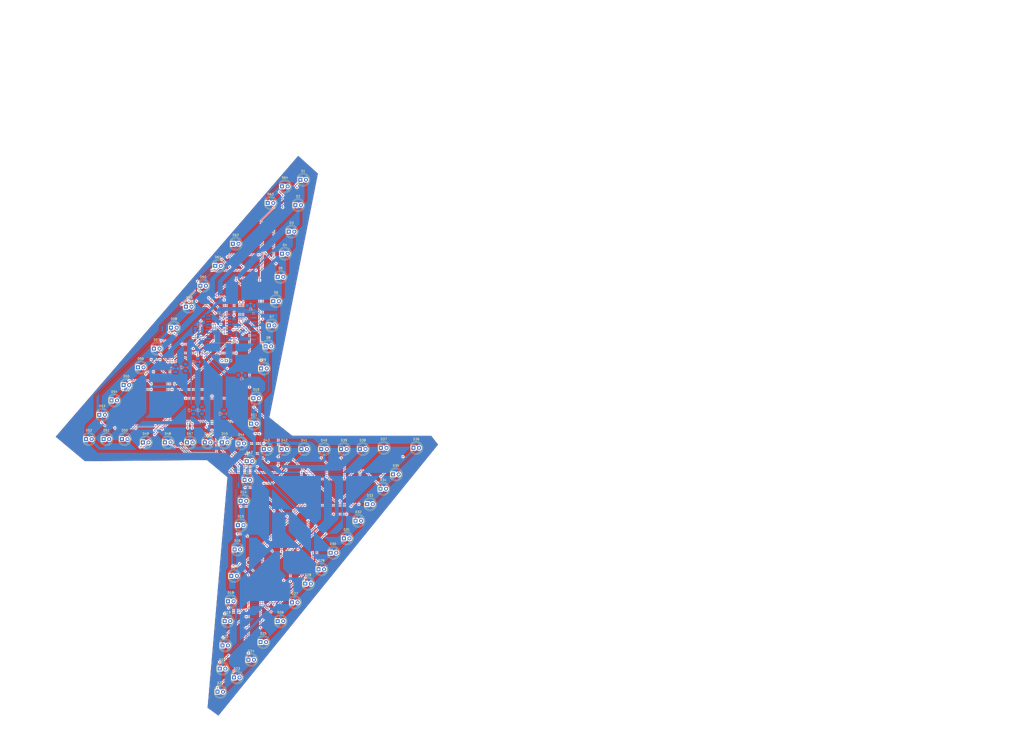
<source format=kicad_pcb>
(kicad_pcb (version 20241229) (generator "pcbnew") (generator_version "9.0")
  (layers (0 "F.Cu" signal) (2 "B.Cu" signal) (13 "F.Paste" user) (15 "B.Paste" user) (5 "F.SilkS" user "F.Silkscreen") (7 "B.SilkS" user "B.Silkscreen") (1 "F.Mask" user) (3 "B.Mask" user) (25 "Edge.Cuts" user))
  (net 0 "")
  (net 1 "Net-(D14-K)")
  (net 2 "Net-(D16-K)")
  (net 3 "GND")
  (net 4 "Net-(U1-PA6)")
  (net 5 "Net-(D1-K)")
  (net 6 "+5V")
  (net 7 "Net-(D15-K)")
  (net 8 "Net-(U1-PA4)")
  (net 9 "Net-(U1-PA2)")
  (net 10 "Net-(U1-AREF{slash}PA3)")
  (net 11 "Net-(U1-PA5)")
  (net 12 "Net-(D10-K)")
  (net 13 "Net-(D12-K)")
  (net 14 "Net-(U1-PA1)")
  (net 15 "Net-(U1-PA7)")
  (net 16 "Net-(D11-K)")
  (net 17 "Net-(D13-K)")
  (net 18 "Net-(U1-PA0)")
  (net 19 "Net-(D17-A)")
  (net 20 "Net-(D1-A)")
  (net 21 "Net-(D10-A)")
  (net 22 "Net-(D25-A)")
  (net 23 "Net-(D33-A)")
  (net 24 "Net-(D41-A)")
  (net 25 "Net-(D49-A)")
  (net 26 "Net-(D57-A)")
  (footprint "LED_THT:LED_D5.0mm" (layer "F.Cu") (at 99.185 140)
    (property "Reference" "D47")
    (property "Value" "LED")
  )
  (footprint "LED_THT:LED_D5.0mm" (layer "F.Cu") (at 105.235 69)
    (property "Reference" "D60")
    (property "Value" "LED")
  )
  (footprint "LED_THT:LED_D5.0mm" (layer "F.Cu") (at 136.235 87)
    (property "Reference" "D7")
    (property "Value" "LED")
  )
  (footprint "LED_THT:LED_D5.0mm" (layer "F.Cu") (at 133.96 143)
    (property "Reference" "D43")
    (property "Value" "LED")
  )
  (footprint "LED_THT:LED_D5.0mm" (layer "F.Cu") (at 125.225 157)
    (property "Reference" "D13")
    (property "Value" "LED")
  )
  (footprint "LED_THT:LED_D5.0mm" (layer "F.Cu") (at 140.235 65)
    (property "Reference" "D5")
    (property "Value" "LED")
  )
  (footprint "LED_THT:LED_D5.0mm" (layer "F.Cu") (at 70.46 114)
    (property "Reference" "D55")
    (property "Value" "LED")
  )
  (footprint "LED_THT:LED_D5.0mm" (layer "F.Cu") (at 132.46 230.5)
    (property "Reference" "D25")
    (property "Value" "LED")
  )
  (footprint "LED_THT:LED_D5.0mm" (layer "F.Cu") (at 142.225 24)
    (property "Reference" "D64")
    (property "Value" "LED")
  )
  (footprint "LED_THT:LED_D5.0mm" (layer "F.Cu") (at 150.96 143)
    (property "Reference" "D41")
    (property "Value" "LED")
  )
  (footprint "LED_THT:LED_D5.0mm" (layer "F.Cu") (at 140.225 221)
    (property "Reference" "D26")
    (property "Value" "LED")
  )
  (footprint "LED_THT:LED_D5.0mm" (layer "F.Cu") (at 123.46 166.5)
    (property "Reference" "D14")
    (property "Value" "LED")
  )
  (footprint "LED_THT:LED_D5.0mm" (layer "F.Cu") (at 122.225 177.5)
    (property "Reference" "D15")
    (property "Value" "LED")
  )
  (footprint "LED_THT:LED_D5.0mm" (layer "F.Cu") (at 159.96 143)
    (property "Reference" "D40")
    (property "Value" "LED")
  )
  (footprint "LED_THT:LED_D5.0mm" (layer "F.Cu") (at 192.5 154.5)
    (property "Reference" "D35")
    (property "Value" "LED")
  )
  (footprint "LED_THT:LED_D5.0mm" (layer "F.Cu") (at 134.735 96.5)
    (property "Reference" "D8")
    (property "Value" "LED")
  )
  (footprint "LED_THT:LED_D5.0mm" (layer "F.Cu") (at 201.725 142.5)
    (property "Reference" "D36")
    (property "Value" "LED")
  )
  (footprint "LED_THT:LED_D5.0mm" (layer "F.Cu") (at 187 142.5)
    (property "Reference" "D37")
    (property "Value" "LED")
  )
  (footprint "LED_THT:LED_D5.0mm" (layer "F.Cu") (at 89.185 140)
    (property "Reference" "D48")
    (property "Value" "LED")
  )
  (footprint "LED_THT:LED_D5.0mm" (layer "F.Cu") (at 145.235 44.5)
    (property "Reference" "D3")
    (property "Value" "LED")
  )
  (footprint "LED_THT:LED_D5.0mm" (layer "F.Cu") (at 76.96 106)
    (property "Reference" "D56")
    (property "Value" "LED")
  )
  (footprint "LED_THT:LED_D5.0mm" (layer "F.Cu") (at 112.96 253)
    (property "Reference" "D22")
    (property "Value" "LED")
  )
  (footprint "LED_THT:LED_D5.0mm" (layer "F.Cu") (at 114.96 140)
    (property "Reference" "D45")
    (property "Value" "LED")
  )
  (footprint "LED_THT:LED_D5.0mm" (layer "F.Cu") (at 120.46 246.5)
    (property "Reference" "D23")
    (property "Value" "LED")
  )
  (footprint "LED_THT:LED_D5.0mm" (layer "F.Cu") (at 129.225 120)
    (property "Reference" "D10")
    (property "Value" "LED")
  )
  (footprint "LED_THT:LED_D5.0mm" (layer "F.Cu") (at 114 242.5)
    (property "Reference" "D21")
    (property "Value" "LED")
  )
  (footprint "Connector_PinHeader_2.00mm:PinHeader_1x02_P2.00mm_Vertical" (layer "F.Cu") (at 117 103 -90)
    (property "Reference" "J2")
    (property "Value" "Conn_01x02_Pin")
  )
  (footprint "LED_THT:LED_D5.0mm" (layer "F.Cu") (at 146.725 212.5)
    (property "Reference" "D27")
    (property "Value" "LED")
  )
  (footprint "LED_THT:LED_D5.0mm" (layer "F.Cu") (at 91.96 88)
    (property "Reference" "D58")
    (property "Value" "LED")
  )
  (footprint "LED_THT:LED_D5.0mm" (layer "F.Cu") (at 126.225 148.5)
    (property "Reference" "D12")
    (property "Value" "LED")
  )
  (footprint "LED_THT:LED_D5.0mm" (layer "F.Cu") (at 69.685 138.5)
    (property "Reference" "D50")
    (property "Value" "LED")
  )
  (footprint "LED_THT:LED_D5.0mm" (layer "F.Cu") (at 126.96 238.5)
    (property "Reference" "D24")
    (property "Value" "LED")
  )
  (footprint "LED_THT:LED_D5.0mm" (layer "F.Cu") (at 115.225 232)
    (property "Reference" "D20")
    (property "Value" "LED")
  )
  (footprint "LED_THT:LED_D5.0mm" (layer "F.Cu") (at 59.46 127.5)
    (property "Reference" "D53")
    (property "Value" "LED")
  )
  (footprint "LED_THT:LED_D5.0mm" (layer "F.Cu") (at 119.225 200.5)
    (property "Reference" "D17")
    (property "Value" "LED")
  )
  (footprint "LED_THT:LED_D5.0mm" (layer "F.Cu") (at 61.42 138.5)
    (property "Reference" "D51")
    (property "Value" "LED")
  )
  (footprint "LED_THT:LED_D5.0mm" (layer "F.Cu") (at 148.235 32.5)
    (property "Reference" "D2")
    (property "Value" "LED")
  )
  (footprint "LED_THT:LED_D5.0mm" (layer "F.Cu") (at 98.685 78.5)
    (property "Reference" "D59")
    (property "Value" "LED")
  )
  (footprint "LED_THT:LED_D5.0mm" (layer "F.Cu") (at 111.96 60)
    (property "Reference" "D61")
    (property "Value" "LED")
  )
  (footprint "LED_THT:LED_D5.0mm" (layer "F.Cu") (at 116.225 221)
    (property "Reference" "D19")
    (property "Value" "LED")
  )
  (footprint "LED_THT:LED_D5.0mm" (layer "F.Cu") (at 128.225 131.5)
    (property "Reference" "D11")
    (property "Value" "LED")
  )
  (footprint "LED_THT:LED_D5.0mm" (layer "F.Cu") (at 107.225 140)
    (property "Reference" "D46")
    (property "Value" "LED")
  )
  (footprint "LED_THT:LED_D5.0mm" (layer "F.Cu") (at 122.46 140.5)
    (property "Reference" "D44")
    (property "Value" "LED")
  )
  (footprint "LED_THT:LED_D5.0mm" (layer "F.Cu") (at 186.775 161)
    (property "Reference" "D34")
    (property "Value" "LED")
  )
  (footprint "LED_THT:LED_D5.0mm" (layer "F.Cu") (at 152.725 204)
    (property "Reference" "D28")
    (property "Value" "LED")
  )
  (footprint "LED_THT:LED_D5.0mm" (layer "F.Cu") (at 79.185 140)
    (property "Reference" "D49")
    (property "Value" "LED")
  )
  (footprint "LED_THT:LED_D5.0mm" (layer "F.Cu") (at 84.185 97.5)
    (property "Reference" "D57")
    (property "Value" "LED")
  )
  (footprint "LED_THT:LED_D5.0mm" (layer "F.Cu") (at 119.96 50)
    (property "Reference" "D62")
    (property "Value" "LED")
  )
  (footprint "LED_THT:LED_D5.0mm" (layer "F.Cu") (at 138.235 76)
    (property "Reference" "D6")
    (property "Value" "LED")
  )
  (footprint "LED_THT:LED_D5.0mm" (layer "F.Cu") (at 175.5 175.5)
    (property "Reference" "D32")
    (property "Value" "LED")
  )
  (footprint "LED_THT:LED_D5.0mm" (layer "F.Cu") (at 135.725 31.5)
    (property "Reference" "D63")
    (property "Value" "LED")
  )
  (footprint "LED_THT:LED_D5.0mm" (layer "F.Cu") (at 150.5 21)
    (property "Reference" "D1")
    (property "Value" "LED")
  )
  (footprint "LED_THT:LED_D5.0mm" (layer "F.Cu") (at 141.96 143)
    (property "Reference" "D42")
    (property "Value" "LED")
  )
  (footprint "LED_THT:LED_D5.0mm" (layer "F.Cu") (at 158.725 197.5)
    (property "Reference" "D29")
    (property "Value" "LED")
  )
  (footprint "LED_THT:LED_D5.0mm" (layer "F.Cu") (at 132.735 106.5)
    (property "Reference" "D9")
    (property "Value" "LED")
  )
  (footprint "LED_THT:LED_D5.0mm" (layer "F.Cu") (at 170.225 183.5)
    (property "Reference" "D31")
    (property "Value" "LED")
  )
  (footprint "LED_THT:LED_D5.0mm" (layer "F.Cu") (at 168.96 143)
    (property "Reference" "D39")
    (property "Value" "LED")
  )
  (footprint "LED_THT:LED_D5.0mm" (layer "F.Cu") (at 120.725 188.5)
    (property "Reference" "D16")
    (property "Value" "LED")
  )
  (footprint "LED_THT:LED_D5.0mm" (layer "F.Cu") (at 177.46 143)
    (property "Reference" "D38")
    (property "Value" "LED")
  )
  (footprint "LED_THT:LED_D5.0mm" (layer "F.Cu") (at 64.96 121)
    (property "Reference" "D54")
    (property "Value" "LED")
  )
  (footprint "LED_THT:LED_D5.0mm" (layer "F.Cu") (at 164.225 190)
    (property "Reference" "D30")
    (property "Value" "LED")
  )
  (footprint "LED_THT:LED_D5.0mm" (layer "F.Cu") (at 142.235 54.5)
    (property "Reference" "D4")
    (property "Value" "LED")
  )
  (footprint "LED_THT:LED_D5.0mm" (layer "F.Cu") (at 53.46 138.5)
    (property "Reference" "D52")
    (property "Value" "LED")
  )
  (footprint "LED_THT:LED_D5.0mm" (layer "F.Cu") (at 180.775 168)
    (property "Reference" "D33")
    (property "Value" "LED")
  )
  (footprint "LED_THT:LED_D5.0mm" (layer "F.Cu") (at 117.725 212)
    (property "Reference" "D18")
    (property "Value" "LED")
  )
  (footprint "Package_SO:SOIC-20W_7.5x12.8mm_P1.27mm" (layer "B.Cu") (at 113.5 88.5 180)
    (property "Reference" "U1")
    (property "Value" "ATtiny861A-S")
  )
  (footprint "Resistor_SMD:R_1206_3216Metric_Pad1.30x1.75mm_HandSolder" (layer "B.Cu") (at 116 127 -90)
    (property "Reference" "R3")
    (property "Value" "110")
  )
  (footprint "Resistor_SMD:R_1206_3216Metric_Pad1.30x1.75mm_HandSolder" (layer "B.Cu") (at 106 125.45 -90)
    (property "Reference" "R5")
    (property "Value" "110")
  )
  (footprint "Resistor_SMD:R_1206_3216Metric_Pad1.30x1.75mm_HandSolder" (layer "B.Cu") (at 98.5 106.05 -90)
    (property "Reference" "R6")
    (property "Value" "110")
  )
  (footprint "Capacitor_SMD:C_1210_3225Metric_Pad1.33x2.70mm_HandSolder" (layer "B.Cu") (at 104.4375 89 180)
    (property "Reference" "C1")
    (property "Value" "10 u")
  )
  (footprint "Resistor_SMD:R_1206_3216Metric_Pad1.30x1.75mm_HandSolder" (layer "B.Cu") (at 102 125.5 -90)
    (property "Reference" "R4")
    (property "Value" "110")
  )
  (footprint "Resistor_SMD:R_1206_3216Metric_Pad1.30x1.75mm_HandSolder" (layer "B.Cu") (at 124 109.5)
    (property "Reference" "R2")
    (property "Value" "110")
  )
  (footprint "Resistor_SMD:R_1206_3216Metric_Pad1.30x1.75mm_HandSolder" (layer "B.Cu") (at 94 106.5 -90)
    (property "Reference" "R7")
    (property "Value" "110")
  )
  (footprint "Resistor_SMD:R_1206_3216Metric_Pad1.30x1.75mm_HandSolder" (layer "B.Cu") (at 104 103.55 -90)
    (property "Reference" "R8")
    (property "Value" "110")
  )
  (footprint "Connector_PinHeader_2.00mm:PinHeader_1x06_P2.00mm_Vertical_SMD_Pin1Left" (layer "B.Cu") (at 128.325 88.5 180)
    (property "Reference" "J1")
    (property "Value" "Conn_01x06_Pin")
  )
  (footprint "Resistor_SMD:R_1206_3216Metric_Pad1.30x1.75mm_HandSolder" (layer "B.Cu") (at 128 78)
    (property "Reference" "R1")
    (property "Value" "110")
  )
  (gr_poly (pts (xy 149.5 9.43692) (xy 39 137.5) (xy 52.760024 149) (xy 108 148.5) (xy 117 156) (xy 108 260.5) (xy 113.5 264.5) (xy 213.5 141) (xy 210 136.5) (xy 146.956591 136.456591) (xy 137 128.5) (xy 159 18)) (stroke (width 0.05)) (fill no) (layer "Edge.Cuts"))
  (segment (start 136.5 169) (end 123.5 169) (width 0.2) (layer "F.Cu") (net 1))
  (segment (start 110.5 113.5) (end 110.5 116) (width 0.2) (layer "F.Cu") (net 1))
  (segment (start 112.5 111.5) (end 110.5 113.5) (width 0.2) (layer "F.Cu") (net 1))
  (segment (start 112.901 136.901) (end 110.5 134.5) (width 0.2) (layer "F.Cu") (net 1))
  (segment (start 124.5 60.5) (end 120 56) (width 0.2) (layer "F.Cu") (net 1))
  (segment (start 120 56) (end 117.5 56) (width 0.2) (layer "F.Cu") (net 1))
  (segment (start 124.5 77.5) (end 124.5 85) (width 0.2) (layer "F.Cu") (net 1))
  (segment (start 151 167.5) (end 147.5 171) (width 0.2) (layer "F.Cu") (net 1))
  (segment (start 83 116) (end 69.96 116) (width 0.2) (layer "F.Cu") (net 1))
  (segment (start 125.5 238.5) (end 125.5 224.5) (width 0.2) (layer "F.Cu") (net 1))
  (segment (start 156 195.4329) (end 156 190) (width 0.2) (layer "F.Cu") (net 1))
  (segment (start 107.225 139.775) (end 107.225 140) (width 0.2) (layer "F.Cu") (net 1))
  (segment (start 117.5 106.5) (end 112.5 111.5) (width 0.2) (layer "F.Cu") (net 1))
  (segment (start 110.5 116) (end 110.5 119) (width 0.2) (layer "F.Cu") (net 1))
  (segment (start 108.5 137) (end 110 137) (width 0.2) (layer "F.Cu") (net 1))
  (segment (start 110 137) (end 110.5 136.5) (width 0.2) (layer "F.Cu") (net 1))
  (segment (start 138.5 213.5) (end 138.5 212.9329) (width 0.2) (layer "F.Cu") (net 1))
  (segment (start 122.5 151) (end 112.901 141.401) (width 0.2) (layer "F.Cu") (net 1))
  (segment (start 110.5 116) (end 92.5 116) (width 0.2) (layer "F.Cu") (net 1))
  (segment (start 124.5 76.5) (end 124.5 77.5) (width 0.2) (layer "F.Cu") (net 1))
  (segment (start 113 251) (end 125.5 238.5) (width 0.2) (layer "F.Cu") (net 1))
  (segment (start 124.5 77.5) (end 124.5 69.5) (width 0.2) (layer "F.Cu") (net 1))
  (segment (start 112.901 141.401) (end 112.901 136.901) (width 0.2) (layer "F.Cu") (net 1))
  (segment (start 125.5 224.5) (end 126 224) (width 0.2) (layer "F.Cu") (net 1))
  (segment (start 151 153.5) (end 151 167.5) (width 0.2) (layer "F.Cu") (net 1))
  (segment (start 124.5 69.5) (end 121.5 66.5) (width 0.2) (layer "F.Cu") (net 1))
  (segment (start 138.5 171) (end 136.5 169) (width 0.2) (layer "F.Cu") (net 1))
  (segment (start 138.5 212.9329) (end 156 195.4329) (width 0.2) (layer "F.Cu") (net 1))
  (via (at 110.5 134.5) (size 0.6) (drill 0.3) (layers "F.Cu" "B.Cu") (net 1))
  (via (at 124.5 60.5) (size 0.6) (drill 0.3) (layers "F.Cu" "B.Cu") (net 1))
  (via (at 147.5 171) (size 0.6) (drill 0.3) (layers "F.Cu" "B.Cu") (net 1))
  (via (at 83 116) (size 0.6) (drill 0.3) (layers "F.Cu" "B.Cu") (net 1))
  (via (at 124.5 85) (size 0.6) (drill 0.3) (layers "F.Cu" "B.Cu") (net 1))
  (via (at 126 224) (size 0.6) (drill 0.3) (layers "F.Cu" "B.Cu") (net 1))
  (via (at 122.5 151) (size 0.6) (drill 0.3) (layers "F.Cu" "B.Cu") (net 1))
  (via (at 92.5 116) (size 0.6) (drill 0.3) (layers "F.Cu" "B.Cu") (net 1))
  (via (at 110.5 119) (size 0.6) (drill 0.3) (layers "F.Cu" "B.Cu") (net 1))
  (via (at 124.5 76.5) (size 0.6) (drill 0.3) (layers "F.Cu" "B.Cu") (net 1))
  (via (at 138.5 213.5) (size 0.6) (drill 0.3) (layers "F.Cu" "B.Cu") (net 1))
  (via (at 138.5 171) (size 0.6) (drill 0.3) (layers "F.Cu" "B.Cu") (net 1))
  (via (at 70 116) (size 0.6) (drill 0.3) (layers "F.Cu" "B.Cu") (net 1))
  (via (at 151 153.5) (size 0.6) (drill 0.3) (layers "F.Cu" "B.Cu") (net 1))
  (via (at 123.5 169) (size 0.6) (drill 0.3) (layers "F.Cu" "B.Cu") (net 1))
  (via (at 113 251) (size 0.6) (drill 0.3) (layers "F.Cu" "B.Cu") (net 1))
  (via (at 110.5 136.5) (size 0.6) (drill 0.3) (layers "F.Cu" "B.Cu") (net 1))
  (via (at 108.5 137) (size 0.6) (drill 0.3) (layers "F.Cu" "B.Cu") (net 1))
  (via (at 156 190) (size 0.6) (drill 0.3) (layers "F.Cu" "B.Cu") (net 1))
  (via (at 121.5 66.5) (size 0.6) (drill 0.3) (layers "F.Cu" "B.Cu") (net 1))
  (via (at 117.5 56) (size 0.6) (drill 0.3) (layers "F.Cu" "B.Cu") (net 1))
  (via (at 117.5 106.5) (size 0.6) (drill 0.3) (layers "F.Cu" "B.Cu") (net 1))
  (segment (start 119.96 53.54) (end 119.96 50) (width 0.2) (layer "B.Cu") (net 1))
  (segment (start 107.225 138.275) (end 108.5 137) (width 0.2) (layer "B.Cu") (net 1))
  (segment (start 136.349943 214) (end 126.349943 224) (width 0.2) (layer "B.Cu") (net 1))
  (segment (start 156 179.650057) (end 147.349943 171) (width 0.2) (layer "B.Cu") (net 1))
  (segment (start 177.46 145.04) (end 176 146.5) (width 0.2) (layer "B.Cu") (net 1))
  (segment (start 123.5 169) (end 123.46 168.96) (width 0.2) (layer "B.Cu") (net 1))
  (segment (start 117.5 56) (end 119.96 53.54) (width 0.2) (layer "B.Cu") (net 1))
  (segment (start 110.5 134.5) (end 110.5 136.5) (width 0.2) (layer "B.Cu") (net 1))
  (segment (start 138 214) (end 136.349943 214) (width 0.2) (layer "B.Cu") (net 1))
  (segment (start 156 190) (end 156 179.650057) (width 0.2) (layer "B.Cu") (net 1))
  (segment (start 110.5 119) (end 110.5 134.5) (width 0.2) (layer "B.Cu") (net 1))
  (segment (start 176 146.5) (end 169 153.5) (width 0.2) (layer "B.Cu") (net 1))
  (segment (start 138.5 213.5) (end 138 214) (width 0.2) (layer "B.Cu") (net 1))
  (segment (start 147.349943 171) (end 138.5 171) (width 0.2) (layer "B.Cu") (net 1))
  (segment (start 122.5 157) (end 122.5 151) (width 0.2) (layer "B.Cu") (net 1))
  (segment (start 120.424999 90.424999) (end 119.174999 91.675) (width 0.2) (layer "B.Cu") (net 1))
  (segment (start 123.46 166.5) (end 123.46 157.96) (width 0.2) (layer "B.Cu") (net 1))
  (segment (start 107.225 140) (end 107.225 138.275) (width 0.2) (layer "B.Cu") (net 1))
  (segment (start 125 76) (end 124.5 76.5) (width 0.2) (layer "B.Cu") (net 1))
  (segment (start 92.5 116) (end 83 116) (width 0.2) (layer "B.Cu") (net 1))
  (segment (start 121.5 63.5) (end 124.5 60.5) (width 0.2) (layer "B.Cu") (net 1))
  (segment (start 156 190) (end 164.225 190) (width 0.2) (layer "B.Cu") (net 1))
  (segment (start 124.5 85) (end 124.5 86.349999) (width 0.2) (layer "B.Cu") (net 1))
  (segment (start 124.5 86.349999) (end 120.424999 90.424999) (width 0.2) (layer "B.Cu") (net 1))
  (segment (start 121.5 66.5) (end 121.5 63.5) (width 0.2) (layer "B.Cu") (net 1))
  (segment (start 64.96 121) (end 65 121) (width 0.2) (layer "B.Cu") (net 1))
  (segment (start 164.225 190) (end 164.225 189.225) (width 0.2) (layer "B.Cu") (net 1))
  (segment (start 123.46 168.96) (end 123.46 166.5) (width 0.2) (layer "B.Cu") (net 1))
  (segment (start 119.174999 91.675) (end 118.15 91.675) (width 0.2) (layer "B.Cu") (net 1))
  (segment (start 120.424999 103.575001) (end 117.5 106.5) (width 0.2) (layer "B.Cu") (net 1))
  (segment (start 126.349943 224) (end 126 224) (width 0.2) (layer "B.Cu") (net 1))
  (segment (start 120.424999 90.424999) (end 120.424999 103.575001) (width 0.2) (layer "B.Cu") (net 1))
  (segment (start 123.46 157.96) (end 122.5 157) (width 0.2) (layer "B.Cu") (net 1))
  (segment (start 138.235 76) (end 125 76) (width 0.2) (layer "B.Cu") (net 1))
  (segment (start 177.46 143) (end 177.46 145.04) (width 0.2) (layer "B.Cu") (net 1))
  (segment (start 112.96 253) (end 112.96 251.04) (width 0.2) (layer "B.Cu") (net 1))
  (segment (start 169 153.5) (end 151 153.5) (width 0.2) (layer "B.Cu") (net 1))
  (segment (start 65 121) (end 70 116) (width 0.2) (layer "B.Cu") (net 1))
  (segment (start 112.96 251.04) (end 113 251) (width 0.2) (layer "B.Cu") (net 1))
  (segment (start 165.5 172.5) (end 171.5 172.5) (width 0.2) (layer "F.Cu") (net 2))
  (segment (start 141 26.5) (end 142.5 28) (width 0.2) (layer "F.Cu") (net 2))
  (segment (start 107.65147 100) (end 108.325735 99.325735) (width 0.2) (layer "F.Cu") (net 2))
  (segment (start 107 100) (end 107.65147 100) (width 0.2) (layer "F.Cu") (net 2))
  (segment (start 123.150057 196) (end 120 196) (width 0.2) (layer "F.Cu") (net 2))
  (segment (start 127 200) (end 127 199.849943) (width 0.2) (layer "F.Cu") (net 2))
  (segment (start 162.5 149.5) (end 160 147) (width 0.2) (layer "F.Cu") (net 2))
  (segment (start 132 88) (end 132 66.5) (width 0.2) (layer "F.Cu") (net 2))
  (segment (start 127 199.849943) (end 123.150057 196) (width 0.2) (layer "F.Cu") (net 2))
  (segment (start 121.5 99.5) (end 114 99.5) (width 0.2) (layer "F.Cu") (net 2))
  (segment (start 95.5 99.5) (end 92.5 102.5) (width 0.2) (layer "F.Cu") (net 2))
  (segment (start 87 102.5) (end 83 102.5) (width 0.2) (layer "F.Cu") (net 2))
  (segment (start 127 235.5) (end 127 200) (width 0.2) (layer "F.Cu") (net 2))
  (segment (start 103 99.5) (end 95.5 99.5) (width 0.2) (layer "F.Cu") (net 2))
  (segment (start 90.5 110) (end 83 102.5) (width 0.2) (layer "F.Cu") (net 2))
  (segment (start 90.5 128.5) (end 90.5 110) (width 0.2) (layer "F.Cu") (net 2))
  (segment (start 149.5 188.5) (end 165.5 172.5) (width 0.2) (layer "F.Cu") (net 2))
  (segment (start 162.5 155.5) (end 162.5 149.5) (width 0.2) (layer "F.Cu") (net 2))
  (segment (start 138.5 56) (end 138.5 37.5) (width 0.2) (layer "F.Cu") (net 2))
  (segment (start 138.5 37.5) (end 142.5 33.5) (width 0.2) (layer "F.Cu") (net 2))
  (segment (start 122 94.5) (end 119.5 94.5) (width 0.2) (layer "F.Cu") (net 2))
  (segment (start 84.5 134.5) (end 90.5 128.5) (width 0.2) (layer "F.Cu") (net 2))
  (via (at 114 99.5) (size 0.6) (drill 0.3) (layers "F.Cu" "B.Cu") (net 2))
  (via (at 132 66.5) (size 0.6) (drill 0.3) (layers "F.Cu" "B.Cu") (net 2))
  (via (at 127 200) (size 0.6) (drill 0.3) (layers "F.Cu" "B.Cu") (net 2))
  (via (at 132 88) (size 0.6) (drill 0.3) (layers "F.Cu" "B.Cu") (net 2))
  (via (at 162.5 155.5) (size 0.6) (drill 0.3) (layers "F.Cu" "B.Cu") (net 2))
  (via (at 83 102.5) (size 0.6) (drill 0.3) (layers "F.Cu" "B.Cu") (net 2))
  (via (at 87 102.5) (size 0.6) (drill 0.3) (layers "F.Cu" "B.Cu") (net 2))
  (via (at 127 235.5) (size 0.6) (drill 0.3) (layers "F.Cu" "B.Cu") (net 2))
  (via (at 108.325735 99.325735) (size 0.6) (drill 0.3) (layers "F.Cu" "B.Cu") (net 2))
  (via (at 141 26.5) (size 0.6) (drill 0.3) (layers "F.Cu" "B.Cu") (net 2))
  (via (at 142.5 33.5) (size 0.6) (drill 0.3) (layers "F.Cu" "B.Cu") (net 2))
  (via (at 160 147) (size 0.6) (drill 0.3) (layers "F.Cu" "B.Cu") (net 2))
  (via (at 165.5 172.5) (size 0.6) (drill 0.3) (layers "F.Cu" "B.Cu") (net 2))
  (via (at 171.5 172.5) (size 0.6) (drill 0.3) (layers "F.Cu" "B.Cu") (net 2))
  (via (at 122 94.5) (size 0.6) (drill 0.3) (layers "F.Cu" "B.Cu") (net 2))
  (via (at 84.5 134.5) (size 0.6) (drill 0.3) (layers "F.Cu" "B.Cu") (net 2))
  (via (at 92.5 102.5) (size 0.6) (drill 0.3) (layers "F.Cu" "B.Cu") (net 2))
  (via (at 142.5 28) (size 0.6) (drill 0.3) (layers "F.Cu" "B.Cu") (net 2))
  (via (at 119.5 94.5) (size 0.6) (drill 0.3) (layers "F.Cu" "B.Cu") (net 2))
  (via (at 103 99.5) (size 0.6) (drill 0.3) (layers "F.Cu" "B.Cu") (net 2))
  (via (at 121.5 99.5) (size 0.6) (drill 0.3) (layers "F.Cu" "B.Cu") (net 2))
  (via (at 149.5 188.5) (size 0.6) (drill 0.3) (layers "F.Cu" "B.Cu") (net 2))
  (via (at 120 196) (size 0.6) (drill 0.3) (layers "F.Cu" "B.Cu") (net 2))
  (via (at 107 100) (size 0.6) (drill 0.3) (layers "F.Cu" "B.Cu") (net 2))
  (via (at 138.5 56) (size 0.6) (drill 0.3) (layers "F.Cu" "B.Cu") (net 2))
  (segment (start 127 200) (end 138.5 188.5) (width 0.2) (layer "B.Cu") (net 2))
  (segment (start 103.101 99.399) (end 103 99.5) (width 0.2) (layer "B.Cu") (net 2))
  (segment (start 175.5 175.5) (end 175.5 174) (width 0.2) (layer "B.Cu") (net 2))
  (segment (start 84.5 134.5) (end 89.185 139.185) (width 0.2) (layer "B.Cu") (net 2))
  (segment (start 159.96 143) (end 159.96 145.54) (width 0.2) (layer "B.Cu") (net 2))
  (segment (start 131.5 94.5) (end 129.5 94.5) (width 0.2) (layer "B.Cu") (net 2))
  (segment (start 160 145.58) (end 160 147) (width 0.2) (layer "B.Cu") (net 2))
  (segment (start 76.96 106) (end 80.46 102.5) (width 0.2) (layer "B.Cu") (net 2))
  (segment (start 129.435 94.435) (end 129.5 94.5) (width 0.2) (layer "B.Cu") (net 2))
  (segment (start 142.225 25.775) (end 141.5 26.5) (width 0.2) (layer "B.Cu") (net 2))
  (segment (start 132 62.5) (end 138.5 56) (width 0.2) (layer "B.Cu") (net 2))
  (segment (start 129.435 93.4225) (end 129.435 94.435) (width 0.2) (layer "B.Cu") (net 2))
  (segment (start 133.5 139) (end 133.5 120.5) (width 0.2) (layer "B.Cu") (net 2))
  (segment (start 120 196) (end 120.725 195.275) (width 0.2) (layer "B.Cu") (net 2))
  (segment (start 89.185 139.185) (end 89.185 140) (width 0.2) (layer "B.Cu") (net 2))
  (segment (start 126.96 238.5) (end 126.96 235.54) (width 0.2) (layer "B.Cu") (net 2))
  (segment (start 106.399 99.399) (end 107 100) (width 0.2) (layer "B.Cu") (net 2))
  (segment (start 80.46 102.5) (end 83 102.5) (width 0.2) (layer "B.Cu") (net 2))
  (segment (start 155.96 139) (end 133.5 139) (width 0.2) (layer "B.Cu") (net 2))
  (segment (start 174 172.5) (end 171.5 172.5) (width 0.2) (layer "B.Cu") (net 2))
  (segment (start 137 117) (end 137 98.765) (width 0.2) (layer "B.Cu") (net 2))
  (segment (start 134.735 96.5) (end 132.735 94.5) (width 0.2) (layer "B.Cu") (net 2))
  (segment (start 119.5 94.5) (end 118.435 94.5) (width 0.2) (layer "B.Cu") (net 2))
  (segment (start 165.5 158.5) (end 162.5 155.5) (width 0.2) (layer "B.Cu") (net 2))
  (segment (start 126.96 235.54) (end 127 235.5) (width 0.2) (layer "B.Cu") (net 2))
  (segment (start 141.5 26.5) (end 141 26.5) (width 0.2) (layer "B.Cu") (net 2))
  (segment (start 175.5 174) (end 174 172.5) (width 0.2) (layer "B.Cu") (net 2))
  (segment (start 133.5 120.5) (end 137 117) (width 0.2) (layer "B.Cu") (net 2))
  (segment (start 108.5 99.5) (end 108.325735 99.325735) (width 0.2) (layer "B.Cu") (net 2))
  (segment (start 92.5 102.5) (end 87 102.5) (width 0.2) (layer "B.Cu") (net 2))
  (segment (start 138.5 188.5) (end 149.5 188.5) (width 0.2) (layer "B.Cu") (net 2))
  (segment (start 126.5 99.5) (end 121.5 99.5) (width 0.2) (layer "B.Cu") (net 2))
  (segment (start 129.5 94.5) (end 122 94.5) (width 0.2) (layer "B.Cu") (net 2))
  (segment (start 131.5 94.5) (end 126.5 99.5) (width 0.2) (layer "B.Cu") (net 2))
  (segment (start 132 94.5) (end 132 88) (width 0.2) (layer "B.Cu") (net 2))
  (segment (start 132.735 94.5) (end 132 94.5) (width 0.2) (layer "B.Cu") (net 2))
  (segment (start 114 99.5) (end 108.5 99.5) (width 0.2) (layer "B.Cu") (net 2))
  (segment (start 165.5 172.5) (end 165.5 158.5) (width 0.2) (layer "B.Cu") (net 2))
  (segment (start 137 98.765) (end 134.735 96.5) (width 0.2) (layer "B.Cu") (net 2))
  (segment (start 159.96 145.54) (end 160 145.58) (width 0.2) (layer "B.Cu") (net 2))
  (segment (start 159.96 143) (end 155.96 139) (width 0.2) (layer "B.Cu") (net 2))
  (segment (start 120.725 195.275) (end 120.725 188.5) (width 0.2) (layer "B.Cu") (net 2))
  (segment (start 106.399 99.399) (end 103.101 99.399) (width 0.2) (layer "B.Cu") (net 2))
  (segment (start 132 94.5) (end 131.5 94.5) (width 0.2) (layer "B.Cu") (net 2))
  (segment (start 132 66.5) (end 132 62.5) (width 0.2) (layer "B.Cu") (net 2))
  (segment (start 142.225 24) (end 142.225 25.775) (width 0.2) (layer "B.Cu") (net 2))
  (segment (start 142.5 33.5) (end 142.5 28) (width 0.2) (layer "B.Cu") (net 2))
  (segment (start 118.435 94.5) (end 118.15 94.215) (width 0.2) (layer "B.Cu") (net 2))
  (segment (start 122.5 89) (end 120 89) (width 0.2) (layer "F.Cu") (net 3))
  (segment (start 124.5 91) (end 122.5 89) (width 0.2) (layer "F.Cu") (net 3))
  (segment (start 115 89.5) (end 113 87.5) (width 0.2) (layer "F.Cu") (net 3))
  (via (at 115 89.5) (size 0.6) (drill 0.3) (layers "F.Cu" "B.Cu") (net 3))
  (via (at 113 87.5) (size 0.6) (drill 0.3) (layers "F.Cu" "B.Cu") (net 3))
  (via (at 120 89) (size 0.6) (drill 0.3) (layers "F.Cu" "B.Cu") (net 3))
  (via (at 124.5 91) (size 0.6) (drill 0.3) (layers "F.Cu" "B.Cu") (net 3))
  (segment (start 120 89) (end 118.285 89) (width 0.2) (layer "B.Cu") (net 3))
  (segment (start 115.365 89.135) (end 115 89.5) (width 0.2) (layer "B.Cu") (net 3))
  (segment (start 115 103) (end 115 89.5) (width 0.2) (layer "B.Cu") (net 3))
  (segment (start 118.15 89.135) (end 115.365 89.135) (width 0.2) (layer "B.Cu") (net 3))
  (segment (start 129.5 91.5) (end 125 91.5) (width 0.2) (layer "B.Cu") (net 3))
  (segment (start 118.285 89) (end 118.15 89.135) (width 0.2) (layer "B.Cu") (net 3))
  (segment (start 113 87.5) (end 112.635 87.865) (width 0.2) (layer "B.Cu") (net 3))
  (segment (start 104.679 87.196) (end 108.181 87.196) (width 0.2) (layer "B.Cu") (net 3))
  (segment (start 108.181 87.196) (end 108.85 87.865) (width 0.2) (layer "B.Cu") (net 3))
  (segment (start 112.635 87.865) (end 108.85 87.865) (width 0.2) (layer "B.Cu") (net 3))
  (segment (start 102.875 89) (end 104.679 87.196) (width 0.2) (layer "B.Cu") (net 3))
  (segment (start 125 91.5) (end 124.5 91) (width 0.2) (layer "B.Cu") (net 3))
  (segment (start 102.5 95.5) (end 104 94) (width 0.2) (layer "F.Cu") (net 4))
  (segment (start 97 95.5) (end 102.5 95.5) (width 0.2) (layer "F.Cu") (net 4))
  (via (at 104 94) (size 0.6) (drill 0.3) (layers "F.Cu" "B.Cu") (net 4))
  (via (at 97 95.5) (size 0.6) (drill 0.3) (layers "F.Cu" "B.Cu") (net 4))
  (segment (start 104 94) (end 105.055 92.945) (width 0.2) (layer "B.Cu") (net 4))
  (segment (start 94 104.95) (end 94 98.5) (width 0.2) (layer "B.Cu") (net 4))
  (segment (start 94 98.5) (end 97 95.5) (width 0.2) (layer "B.Cu") (net 4))
  (segment (start 105.055 92.945) (end 108.85 92.945) (width 0.2) (layer "B.Cu") (net 4))
  (segment (start 91.5 94) (end 87.5 94) (width 0.2) (layer "F.Cu") (net 5))
  (segment (start 140.359 153.601) (end 146.23 147.73) (width 0.2) (layer "F.Cu") (net 5))
  (segment (start 118.788265 66.711735) (end 91.461735 94.038265) (width 0.2) (layer "F.Cu") (net 5))
  (segment (start 99.899 146) (end 111 146) (width 0.2) (layer "F.Cu") (net 5))
  (segment (start 132.735 102.735) (end 132.735 90.735) (width 0.2) (layer "F.Cu") (net 5))
  (segment (start 132.735 39.265) (end 132.735 65.5) (width 0.2) (layer "F.Cu") (net 5))
  (segment (start 95.899 142) (end 99.899 146) (width 0.2) (layer "F.Cu") (net 5))
  (segment (start 167.5 168) (end 177 168) (width 0.2) (layer "F.Cu") (net 5))
  (segment (start 78 142) (end 95.899 142) (width 0.2) (layer "F.Cu") (net 5))
  (segment (start 125.5 194.5) (end 125.3625 194.3625) (width 0.2) (layer "F.Cu") (net 5))
  (segment (start 119.211735 66.711735) (end 118.788265 66.711735) (width 0.2) (layer "F.Cu") (net 5))
  (segment (start 146.23 147.73) (end 147.23 147.73) (width 0.2) (layer "F.Cu") (net 5))
  (segment (start 123.5 194.5) (end 123 195) (width 0.2) (layer "F.Cu") (net 5))
  (segment (start 147.23 147.73) (end 160 160.5) (width 0.2) (layer "F.Cu") (net 5))
  (segment (start 118.601 153.601) (end 140.359 153.601) (width 0.2) (layer "F.Cu") (net 5))
  (segment (start 132.5 224) (end 132.5 201.5) (width 0.2) (layer "F.Cu") (net 5))
  (segment (start 132.735 65.5) (end 120.423471 65.5) (width 0.2) (layer "F.Cu") (net 5))
  (segment (start 91.461735 94.038265) (end 91.461735 94.461735) (width 0.2) (layer "F.Cu") (net 5))
  (segment (start 119.211735 66.711735) (end 120.5 68) (width 0.2) (layer "F.Cu") (net 5))
  (segment (start 160 160.5) (end 167.5 168) (width 0.2) (layer "F.Cu") (net 5))
  (segment (start 159.225 160.5) (end 125.3625 194.3625) (width 0.2) (layer "F.Cu") (net 5))
  (segment (start 80.026529 140) (end 79.185 140) (width 0.2) (layer "F.Cu") (net 5))
  (segment (start 149 23) (end 132.735 39.265) (width 0.2) (layer "F.Cu") (net 5))
  (segment (start 123.5 194.5) (end 125.225 194.5) (width 0.2) (layer "F.Cu") (net 5))
  (segment (start 132.735 90.735) (end 126 84) (width 0.2) (layer "F.Cu") (net 5))
  (segment (start 132.5 201.5) (end 125.5 194.5) (width 0.2) (layer "F.Cu") (net 5))
  (segment (start 91.461735 94.461735) (end 91.461735 129.538265) (width 0.2) (layer "F.Cu") (net 5))
  (segment (start 111 146) (end 118.601 153.601) (width 0.2) (layer "F.Cu") (net 5))
  (segment (start 160 160.5) (end 159.225 160.5) (width 0.2) (layer "F.Cu") (net 5))
  (segment (start 125.225 194.5) (end 125.3625 194.3625) (width 0.2) (layer "F.Cu") (net 5))
  (segment (start 120.423471 65.5) (end 119.211735 66.711735) (width 0.2) (layer "F.Cu") (net 5))
  (segment (start 120.5 68) (end 120.5 82.5) (width 0.2) (layer "F.Cu") (net 5))
  (segment (start 91.461735 129.538265) (end 84.5 136.5) (width 0.2) (layer "F.Cu") (net 5))
  (via (at 132.735 102.735) (size 0.6) (drill 0.3) (layers "F.Cu" "B.Cu") (net 5))
  (via (at 78 142) (size 0.6) (drill 0.3) (layers "F.Cu" "B.Cu") (net 5))
  (via (at 123 195) (size 0.6) (drill 0.3) (layers "F.Cu" "B.Cu") (net 5))
  (via (at 147.5 148) (size 0.6) (drill 0.3) (layers "F.Cu" "B.Cu") (net 5))
  (via (at 120.5 82.5) (size 0.6) (drill 0.3) (layers "F.Cu" "B.Cu") (net 5))
  (via (at 84.5 136.5) (size 0.6) (drill 0.3) (layers "F.Cu" "B.Cu") (net 5))
  (via (at 126 84) (size 0.6) (drill 0.3) (layers "F.Cu" "B.Cu") (net 5))
  (via (at 149 23) (size 0.6) (drill 0.3) (layers "F.Cu" "B.Cu") (net 5))
  (via (at 132.5 224) (size 0.6) (drill 0.3) (layers "F.Cu" "B.Cu") (net 5))
  (via (at 87.5 94) (size 0.6) (drill 0.3) (layers "F.Cu" "B.Cu") (net 5))
  (via (at 177 168) (size 0.6) (drill 0.3) (layers "F.Cu" "B.Cu") (net 5))
  (segment (start 150.5 21) (end 150.5 21.5) (width 0.2) (layer "B.Cu") (net 5))
  (segment (start 120.215 82.785) (end 118.15 82.785) (width 0.2) (layer "B.Cu") (net 5))
  (segment (start 79.185 140.815) (end 78 142) (width 0.2) (layer "B.Cu") (net 5))
  (segment (start 150.96 144.54) (end 147.5 148) (width 0.2) (layer "B.Cu") (net 5))
  (segment (start 86.5 94) (end 84.185 96.315) (width 0.2) (layer "B.Cu") (net 5))
  (segment (start 119.225 200.5) (end 119.225 198.775) (width 0.2) (layer "B.Cu") (net 5))
  (segment (start 84.185 96.315) (end 84.185 97.5) (width 0.2) (layer "B.Cu") (net 5))
  (segment (start 150.5 21.5) (end 149 23) (width 0.2) (layer "B.Cu") (net 5))
  (segment (start 150.96 143) (end 150.96 144.54) (width 0.2) (layer "B.Cu") (net 5))
  (segment (start 79.185 140) (end 79.185 140.815) (width 0.2) (layer "B.Cu") (net 5))
  (segment (start 122 84) (end 120.5 82.5) (width 0.2) (layer "B.Cu") (net 5))
  (segment (start 119.225 198.775) (end 123 195) (width 0.2) (layer "B.Cu") (net 5))
  (segment (start 135.46 226.96) (end 132.5 224) (width 0.2) (layer "B.Cu") (net 5))
  (segment (start 132.46 230.5) (end 135.46 227.5) (width 0.2) (layer "B.Cu") (net 5))
  (segment (start 132.735 106.5) (end 132.735 102.735) (width 0.2) (layer "B.Cu") (net 5))
  (segment (start 87.5 94) (end 86.5 94) (width 0.2) (layer "B.Cu") (net 5))
  (segment (start 79.185 140) (end 82.685 136.5) (width 0.2) (layer "B.Cu") (net 5))
  (segment (start 82.685 136.5) (end 84.5 136.5) (width 0.2) (layer "B.Cu") (net 5))
  (segment (start 120.5 82.5) (end 120.215 82.785) (width 0.2) (layer "B.Cu") (net 5))
  (segment (start 129.5 83.5) (end 126.5 83.5) (width 0.2) (layer "B.Cu") (net 5))
  (segment (start 126.5 83.5) (end 126 84) (width 0.2) (layer "B.Cu") (net 5))
  (segment (start 180.775 168) (end 177 168) (width 0.2) (layer "B.Cu") (net 5))
  (segment (start 126 84) (end 122 84) (width 0.2) (layer "B.Cu") (net 5))
  (segment (start 135.46 227.5) (end 135.46 226.96) (width 0.2) (layer "B.Cu") (net 5))
  (segment (start 124 88) (end 121 88) (width 0.2) (layer "F.Cu") (net 6))
  (segment (start 126 90) (end 124 88) (width 0.2) (layer "F.Cu") (net 6))
  (segment (start 116 90.5) (end 116 88.534) (width 0.2) (layer "F.Cu") (net 6))
  (via (at 116 88.534) (size 0.6) (drill 0.3) (layers "F.Cu" "B.Cu") (net 6))
  (via (at 121 88) (size 0.6) (drill 0.3) (layers "F.Cu" "B.Cu") (net 6))
  (via (at 116 90.5) (size 0.6) (drill 0.3) (layers "F.Cu" "B.Cu") (net 6))
  (via (at 126 90) (size 0.6) (drill 0.3) (layers "F.Cu" "B.Cu") (net 6))
  (segment (start 117.481 88.534) (end 118.15 87.865) (width 0.2) (layer "B.Cu") (net 6))
  (segment (start 126.5 89.5) (end 126 90) (width 0.2) (layer "B.Cu") (net 6))
  (segment (start 129.435 89.5) (end 126.5 89.5) (width 0.2) (layer "B.Cu") (net 6))
  (segment (start 117 103) (end 116 102) (width 0.2) (layer "B.Cu") (net 6))
  (segment (start 116 102) (end 116 90.5) (width 0.2) (layer "B.Cu") (net 6))
  (segment (start 121 88) (end 120.865 87.865) (width 0.2) (layer "B.Cu") (net 6))
  (segment (start 116 88.534) (end 117.481 88.534) (width 0.2) (layer "B.Cu") (net 6))
  (segment (start 120.865 87.865) (end 118.15 87.865) (width 0.2) (layer "B.Cu") (net 6))
  (segment (start 108.85 89.135) (end 109.451 88.534) (width 0.2) (layer "B.Cu") (net 6))
  (segment (start 108.715 89) (end 106 89) (width 0.2) (layer "B.Cu") (net 6))
  (segment (start 108.715 89) (end 108.85 89.135) (width 0.2) (layer "B.Cu") (net 6))
  (segment (start 109.451 88.534) (end 116 88.534) (width 0.2) (layer "B.Cu") (net 6))
  (segment (start 154 175.5) (end 154 179.5) (width 0.2) (layer "F.Cu") (net 7))
  (segment (start 133.399 41.601) (end 133.399 84.164) (width 0.2) (layer "F.Cu") (net 7))
  (segment (start 121.5 93) (end 119.5 93) (width 0.2) (layer "F.Cu") (net 7))
  (segment (start 170.5 156) (end 170.5 148.5) (width 0.2) (layer "F.Cu") (net 7))
  (segment (start 99.5 131.5) (end 99.5 133.5) (width 0.2) (layer "F.Cu") (net 7))
  (segment (start 101 145) (end 96.5 140.5) (width 0.2) (layer "F.Cu") (net 7))
  (segment (start 73 112) (end 81.5 112) (width 0.2) (layer "F.Cu") (net 7))
  (segment (start 119.5 93) (end 99 113.5) (width 0.2) (layer "F.Cu") (net 7))
  (segment (start 119.5 153) (end 111.5 145) (width 0.2) (layer "F.Cu") (net 7))
  (segment (start 154 179.5) (end 141 192.5) (width 0.2) (layer "F.Cu") (net 7))
  (segment (start 99 113.5) (end 93.5 113.5) (width 0.2) (layer "F.Cu") (net 7))
  (segment (start 111.5 145) (end 101 145) (width 0.2) (layer "F.Cu") (net 7))
  (segment (start 141 192.5) (end 135.5 187) (width 0.2) (layer "F.Cu") (net 7))
  (segment (start 149 24.5) (end 149 26) (width 0.2) (layer "F.Cu") (net 7))
  (segment (start 170.5 148.5) (end 169 147) (width 0.2) (layer "F.Cu") (net 7))
  (segment (start 125.5 181.5) (end 122 181.5) (width 0.2) (layer "F.Cu") (net 7))
  (segment (start 126.5 182.5) (end 125.5 181.5) (width 0.2) (layer "F.Cu") (net 7))
  (segment (start 81.5 112) (end 83 113.5) (width 0.2) (layer "F.Cu") (net 7))
  (segment (start 149 26) (end 133.399 41.601) (width 0.2) (layer "F.Cu") (net 7))
  (via (at 83 113.5) (size 0.6) (drill 0.3) (layers "F.Cu" "B.Cu") (net 7))
  (via (at 99.5 133.5) (size 0.6) (drill 0.3) (layers "F.Cu" "B.Cu") (net 7))
  (via (at 121.5 93) (size 0.6) (drill 0.3) (layers "F.Cu" "B.Cu") (net 7))
  (via (at 73 112) (size 0.6) (drill 0.3) (layers "F.Cu" "B.Cu") (net 7))
  (via (at 169 147) (size 0.6) (drill 0.3) (layers "F.Cu" "B.Cu") (net 7))
  (via (at 119.5 93) (size 0.6) (drill 0.3) (layers "F.Cu" "B.Cu") (net 7))
  (via (at 154 175.5) (size 0.6) (drill 0.3) (layers "F.Cu" "B.Cu") (net 7))
  (via (at 170.5 156) (size 0.6) (drill 0.3) (layers "F.Cu" "B.Cu") (net 7))
  (via (at 135.5 187) (size 0.6) (drill 0.3) (layers "F.Cu" "B.Cu") (net 7))
  (via (at 126.5 182.5) (size 0.6) (drill 0.3) (layers "F.Cu" "B.Cu") (net 7))
  (via (at 122 181.5) (size 0.6) (drill 0.3) (layers "F.Cu" "B.Cu") (net 7))
  (via (at 119.5 153) (size 0.6) (drill 0.3) (layers "F.Cu" "B.Cu") (net 7))
  (via (at 133.399 84.164) (size 0.6) (drill 0.3) (layers "F.Cu" "B.Cu") (net 7))
  (via (at 99.5 131.5) (size 0.6) (drill 0.3) (layers "F.Cu" "B.Cu") (net 7))
  (via (at 149 24.5) (size 0.6) (drill 0.3) (layers "F.Cu" "B.Cu") (net 7))
  (via (at 96.5 140.5) (size 0.6) (drill 0.3) (layers "F.Cu" "B.Cu") (net 7))
  (via (at 93.5 113.5) (size 0.6) (drill 0.3) (layers "F.Cu" "B.Cu") (net 7))
  (segment (start 117.399 236.0339) (end 122.399 231.0339) (width 0.2) (layer "B.Cu") (net 7))
  (segment (start 99.185 133.815) (end 99.185 140) (width 0.2) (layer "B.Cu") (net 7))
  (segment (start 135.5 187) (end 131 182.5) (width 0.2) (layer "B.Cu") (net 7))
  (segment (start 170.5 179) (end 170.5 156) (width 0.2) (layer "B.Cu") (net 7))
  (segment (start 99.5 133.5) (end 99.185 133.815) (width 0.2) (layer "B.Cu") (net 7))
  (segment (start 135.725 28.098) (end 135.725 31.5) (width 0.2) (layer "B.Cu") (net 7))
  (segment (start 117.399 240.479) (end 117.399 236.0339) (width 0.2) (layer "B.Cu") (net 7))
  (segment (start 147.299 22.799) (end 141.024 22.799) (width 0.2) (layer "B.Cu") (net 7))
  (segment (start 96.5 140.5) (end 97 140.5) (width 0.2) (layer "B.Cu") (net 7))
  (segment (start 136.235 87) (end 133.5 84.265) (width 0.2) (layer "B.Cu") (net 7))
  (segment (start 131.063 86.5) (end 126 86.5) (width 0.2) (layer "B.Cu") (net 7))
  (segment (start 169 180.5) (end 167.399 182.101) (width 0.2) (layer "B.Cu") (net 7))
  (segment (start 121.5 160.5) (end 122.225 161.225) (width 0.2) (layer "B.Cu") (net 7))
  (segment (start 149 24.5) (end 147.299 22.799) (width 0.2) (layer "B.Cu") (net 7))
  (segment (start 70.46 114) (end 71 114) (width 0.2) (layer "B.Cu") (net 7))
  (segment (start 170.225 181.725) (end 170.225 183.5) (width 0.2) (layer "B.Cu") (net 7))
  (segment (start 122.5 90) (end 122.5 92) (width 0.2) (layer "B.Cu") (net 7))
  (segment (start 120.46 243.54) (end 117.399 240.479) (width 0.2) (layer "B.Cu") (net 7))
  (segment (start 122.225 181.275) (end 122 181.5) (width 0.2) (layer "B.Cu") (net 7))
  (segment (start 141.024 22.799) (end 135.725 28.098) (width 0.2) (layer "B.Cu") (net 7))
  (segment (start 97 140.5) (end 97.5 140) (width 0.2) (layer "B.Cu") (net 7))
  (segment (start 119.5 153) (end 121.5 155) (width 0.2) (layer "B.Cu") (net 7))
  (segment (start 97.5 140) (end 99.185 140) (width 0.2) (layer "B.Cu") (net 7))
  (segment (start 99.5 131.5) (end 99.5 119.5) (width 0.2) (layer "B.Cu") (net 7))
  (segment (start 168.96 146.96) (end 168.96 143) (width 0.2) (layer "B.Cu") (net 7))
  (segment (start 169 180.5) (end 170.5 179) (width 0.2) (layer "B.Cu") (net 7))
  (segment (start 122.399 201.564471) (end 126.5 197.463471) (width 0.2) (layer "B.Cu") (net 7))
  (segment (start 99.5 119.5) (end 93.5 113.5) (width 0.2) (layer "B.Cu") (net 7))
  (segment (start 122.225 177.5) (end 122.225 181.275) (width 0.2) (layer "B.Cu") (net 7))
  (segment (start 122.399 231.0339) (end 122.399 201.564471) (width 0.2) (layer "B.Cu") (net 7))
  (segment (start 126.5 197.463471) (end 126.5 182.5) (width 0.2) (layer "B.Cu") (net 7))
  (segment (start 119.5 93) (end 118.205 93) (width 0.2) (layer "B.Cu") (net 7))
  (segment (start 121.5 155) (end 121.5 160.5) (width 0.2) (layer "B.Cu") (net 7))
  (segment (start 133.399 84.164) (end 131.063 86.5) (width 0.2) (layer "B.Cu") (net 7))
  (segment (start 160.601 182.101) (end 154 175.5) (width 0.2) (layer "B.Cu") (net 7))
  (segment (start 122.225 161.225) (end 122.225 177.5) (width 0.2) (layer "B.Cu") (net 7))
  (segment (start 169 147) (end 168.96 146.96) (width 0.2) (layer "B.Cu") (net 7))
  (segment (start 120.46 246.5) (end 120.46 243.54) (width 0.2) (layer "B.Cu") (net 7))
  (segment (start 118.205 93) (end 118.15 92.945) (width 0.2) (layer "B.Cu") (net 7))
  (segment (start 122.5 92) (end 121.5 93) (width 0.2) (layer "B.Cu") (net 7))
  (segment (start 126 86.5) (end 122.5 90) (width 0.2) (layer "B.Cu") (net 7))
  (segment (start 167.399 182.101) (end 160.601 182.101) (width 0.2) (layer "B.Cu") (net 7))
  (segment (start 131 182.5) (end 126.5 182.5) (width 0.2) (layer "B.Cu") (net 7))
  (segment (start 93.5 113.5) (end 83 113.5) (width 0.2) (layer "B.Cu") (net 7))
  (segment (start 169 180.5) (end 170.225 181.725) (width 0.2) (layer "B.Cu") (net 7))
  (segment (start 71 114) (end 73 112) (width 0.2) (layer "B.Cu") (net 7))
  (segment (start 106 99) (end 111 94) (width 0.2) (layer "F.Cu") (net 8))
  (segment (start 106 100) (end 106 99) (width 0.2) (layer "F.Cu") (net 8))
  (via (at 111 94) (size 0.6) (drill 0.3) (layers "F.Cu" "B.Cu") (net 8))
  (via (at 106 100) (size 0.6) (drill 0.3) (layers "F.Cu" "B.Cu") (net 8))
  (segment (start 111 91.530001) (end 109.874999 90.405) (width 0.2) (layer "B.Cu") (net 8))
  (segment (start 106 123.5) (end 106 100) (width 0.2) (layer "B.Cu") (net 8))
  (segment (start 111 94) (end 111 91.530001) (width 0.2) (layer "B.Cu") (net 8))
  (segment (start 109.874999 90.405) (end 108.85 90.405) (width 0.2) (layer "B.Cu") (net 8))
  (segment (start 106 123.9) (end 106 123.5) (width 0.2) (layer "B.Cu") (net 8))
  (segment (start 107 101.5) (end 112 96.5) (width 0.2) (layer "F.Cu") (net 9))
  (segment (start 112 96.5) (end 112 86.5) (width 0.2) (layer "F.Cu") (net 9))
  (via (at 107 101.5) (size 0.6) (drill 0.3) (layers "F.Cu" "B.Cu") (net 9))
  (via (at 112 86.5) (size 0.6) (drill 0.3) (layers "F.Cu" "B.Cu") (net 9))
  (segment (start 110.825 85.325) (end 108.85 85.325) (width 0.2) (layer "B.Cu") (net 9))
  (segment (start 112 86.5) (end 110.825 85.325) (width 0.2) (layer "B.Cu") (net 9))
  (segment (start 116 125.45) (end 116 110.5) (width 0.2) (layer "B.Cu") (net 9))
  (segment (start 116 110.5) (end 107 101.5) (width 0.2) (layer "B.Cu") (net 9))
  (segment (start 111 88.5) (end 102 97.5) (width 0.2) (layer "F.Cu") (net 10))
  (segment (start 111 86.5) (end 111 88.5) (width 0.2) (layer "F.Cu") (net 10))
  (via (at 111 86.5) (size 0.6) (drill 0.3) (layers "F.Cu" "B.Cu") (net 10))
  (via (at 102 97.5) (size 0.6) (drill 0.3) (layers "F.Cu" "B.Cu") (net 10))
  (segment (start 102 123.95) (end 102 97.5) (width 0.2) (layer "B.Cu") (net 10))
  (segment (start 110.19 86.5) (end 110.095 86.595) (width 0.2) (layer "B.Cu") (net 10))
  (segment (start 111 86.5) (end 110.19 86.5) (width 0.2) (layer "B.Cu") (net 10))
  (segment (start 110.095 86.595) (end 108.85 86.595) (width 0.2) (layer "B.Cu") (net 10))
  (segment (start 102 92.5) (end 105 92.5) (width 0.2) (layer "F.Cu") (net 11))
  (segment (start 105 92.5) (end 105.5 92) (width 0.2) (layer "F.Cu") (net 11))
  (via (at 102 92.5) (size 0.6) (drill 0.3) (layers "F.Cu" "B.Cu") (net 11))
  (via (at 105.5 92) (size 0.6) (drill 0.3) (layers "F.Cu" "B.Cu") (net 11))
  (segment (start 106 92) (end 106.325 91.675) (width 0.2) (layer "B.Cu") (net 11))
  (segment (start 98.5 104.5) (end 98.5 94.052899) (width 0.2) (layer "B.Cu") (net 11))
  (segment (start 100.052899 92.5) (end 102 92.5) (width 0.2) (layer "B.Cu") (net 11))
  (segment (start 106.325 91.675) (end 108.85 91.675) (width 0.2) (layer "B.Cu") (net 11))
  (segment (start 105.5 92) (end 106 92) (width 0.2) (layer "B.Cu") (net 11))
  (segment (start 98.5 94.052899) (end 100.052899 92.5) (width 0.2) (layer "B.Cu") (net 11))
  (segment (start 158.101 156.601) (end 154 152.5) (width 0.2) (layer "F.Cu") (net 12))
  (segment (start 116 75.5) (end 116 83.5) (width 0.2) (layer "F.Cu") (net 12))
  (segment (start 171.399 156.601) (end 158.101 156.601) (width 0.2) (layer "F.Cu") (net 12))
  (segment (start 126 216) (end 119 216) (width 0.2) (layer "F.Cu") (net 12))
  (segment (start 135.5 215.5) (end 133.5 213.5) (width 0.2) (layer "F.Cu") (net 12))
  (segment (start 98.5 120) (end 129.225 120) (width 0.2) (layer "F.Cu") (net 12))
  (segment (start 133.5 213.5) (end 133.5 187.5) (width 0.2) (layer "F.Cu") (net 12))
  (segment (start 91 90) (end 91.5 90.5) (width 0.2) (layer "F.Cu") (net 12))
  (segment (start 138 158.5) (end 144 152.5) (width 0.2) (layer "F.Cu") (net 12))
  (segment (start 134 158.5) (end 138 158.5) (width 0.2) (layer "F.Cu") (net 12))
  (segment (start 136 215.5) (end 135.5 215.5) (width 0.2) (layer "F.Cu") (net 12))
  (segment (start 179.899 152.899) (end 175.101 152.899) (width 0.2) (layer "F.Cu") (net 12))
  (segment (start 133.5 187.5) (end 137 184) (width 0.2) (layer "F.Cu") (net 12))
  (segment (start 140.5 146.5) (end 140.5 150.5) (width 0.2) (layer "F.Cu") (net 12))
  (segment (start 140.5 135) (end 129.5 124) (width 0.2) (layer "F.Cu") (net 12))
  (segment (start 175.101 152.899) (end 171.399 156.601) (width 0.2) (layer "F.Cu") (net 12))
  (segment (start 140.5 146.5) (end 140.5 135) (width 0.2) (layer "F.Cu") (net 12))
  (segment (start 185.5 158.5) (end 179.899 152.899) (width 0.2) (layer "F.Cu") (net 12))
  (segment (start 119 216) (end 118 215) (width 0.2) (layer "F.Cu") (net 12))
  (segment (start 116 83.5) (end 115.5 84) (width 0.2) (layer "F.Cu") (net 12))
  (segment (start 91.5 90.5) (end 93.5 90.5) (width 0.2) (layer "F.Cu") (net 12))
  (via (at 185.5 158.5) (size 0.6) (drill 0.3) (layers "F.Cu" "B.Cu") (net 12))
  (via (at 133.5 213.5) (size 0.6) (drill 0.3) (layers "F.Cu" "B.Cu") (net 12))
  (via (at 136 215.5) (size 0.6) (drill 0.3) (layers "F.Cu" "B.Cu") (net 12))
  (via (at 98.5 120) (size 0.6) (drill 0.3) (layers "F.Cu" "B.Cu") (net 12))
  (via (at 115.5 84) (size 0.6) (drill 0.3) (layers "F.Cu" "B.Cu") (net 12))
  (via (at 154 152.5) (size 0.6) (drill 0.3) (layers "F.Cu" "B.Cu") (net 12))
  (via (at 118 215) (size 0.6) (drill 0.3) (layers "F.Cu" "B.Cu") (net 12))
  (via (at 144 152.5) (size 0.6) (drill 0.3) (layers "F.Cu" "B.Cu") (net 12))
  (via (at 91 90) (size 0.6) (drill 0.3) (layers "F.Cu" "B.Cu") (net 12))
  (via (at 134 158.5) (size 0.6) (drill 0.3) (layers "F.Cu" "B.Cu") (net 12))
  (via (at 140.5 150.5) (size 0.6) (drill 0.3) (layers "F.Cu" "B.Cu") (net 12))
  (via (at 126 216) (size 0.6) (drill 0.3) (layers "F.Cu" "B.Cu") (net 12))
  (via (at 137 184) (size 0.6) (drill 0.3) (layers "F.Cu" "B.Cu") (net 12))
  (via (at 93.5 90.5) (size 0.6) (drill 0.3) (layers "F.Cu" "B.Cu") (net 12))
  (via (at 140.5 146.5) (size 0.6) (drill 0.3) (layers "F.Cu" "B.Cu") (net 12))
  (via (at 129.5 124) (size 0.6) (drill 0.3) (layers "F.Cu" "B.Cu") (net 12))
  (via (at 116 75.5) (size 0.6) (drill 0.3) (layers "F.Cu" "B.Cu") (net 12))
  (segment (start 95.5 92.5) (end 81.449 106.551) (width 0.2) (layer "B.Cu") (net 12))
  (segment (start 115.555 84.055) (end 115.5 84) (width 0.2) (layer "B.Cu") (net 12))
  (segment (start 144 152.5) (end 142.5 152.5) (width 0.2) (layer "B.Cu") (net 12))
  (segment (start 129.435 85.5) (end 130.5 85.5) (width 0.2) (layer "B.Cu") (net 12))
  (segment (start 78.5925 129.5925) (end 69.685 138.5) (width 0.2) (layer "B.Cu") (net 12))
  (segment (start 118.15 84.055) (end 115.555 84.055) (width 0.2) (layer "B.Cu") (net 12))
  (segment (start 154 152.5) (end 144 152.5) (width 0.2) (layer "B.Cu") (net 12))
  (segment (start 91.9075 129.5925) (end 98.5 123) (width 0.2) (layer "B.Cu") (net 12))
  (segment (start 133.5 213.5) (end 128.5 213.5) (width 0.2) (layer "B.Cu") (net 12))
  (segment (start 114.5 73.5) (end 95.5 92.5) (width 0.2) (layer "B.Cu") (net 12))
  (segment (start 186.775 161) (end 186.775 159.775) (width 0.2) (layer "B.Cu") (net 12))
  (segment (start 81.449 126.736) (end 78.5925 129.5925) (width 0.2) (layer "B.Cu") (net 12))
  (segment (start 186.775 159.775) (end 185.5 158.5) (width 0.2) (layer "B.Cu") (net 12))
  (segment (start 78.5925 129.5925) (end 91.9075 129.5925) (width 0.2) (layer "B.Cu") (net 12))
  (segment (start 117.725 214.725) (end 118 215) (width 0.2) (layer "B.Cu") (net 12))
  (segment (start 138.5 218) (end 136 215.5) (width 0.2) (layer "B.Cu") (net 12))
  (segment (start 122 82) (end 121 81) (width 0.2) (layer "B.Cu") (net 12))
  (segment (start 132 84) (end 132 82.5) (width 0.2) (layer "B.Cu") (net 12))
  (segment (start 131.5 82) (end 122 82) (width 0.2) (layer "B.Cu") (net 12))
  (segment (start 116 74) (end 115.5 73.5) (width 0.2) (layer "B.Cu") (net 12))
  (segment (start 81.449 106.551) (end 81.449 126.736) (width 0.2) (layer "B.Cu") (net 12))
  (segment (start 115.5 73.5) (end 116 73) (width 0.2) (layer "B.Cu") (net 12))
  (segment (start 115.5 82.5) (end 115.5 84) (width 0.2) (layer "B.Cu") (net 12))
  (segment (start 132 82.5) (end 131.5 82) (width 0.2) (layer "B.Cu") (net 12))
  (segment (start 137 184) (end 137 161.5) (width 0.2) (layer "B.Cu") (net 12))
  (segment (start 140.225 221) (end 140.225 218.275) (width 0.2) (layer "B.Cu") (net 12))
  (segment (start 142.5 152.5) (end 140.5 150.5) (width 0.2) (layer "B.Cu") (net 12))
  (segment (start 117.725 212) (end 117.725 214.725) (width 0.2) (layer "B.Cu") (net 12))
  (segment (start 130.5 85.5) (end 132 84) (width 0.2) (layer "B.Cu") (net 12))
  (segment (start 116 67.5) (end 116 73) (width 0.2) (layer "B.Cu") (net 12))
  (segment (start 91.96 88) (end 91.96 89.04) (width 0.2) (layer "B.Cu") (net 12))
  (segment (start 137 161.5) (end 134 158.5) (width 0.2) (layer "B.Cu") (net 12))
  (segment (start 140.225 218.275) (end 140.5 218) (width 0.2) (layer "B.Cu") (net 12))
  (segment (start 117 81) (end 115.5 82.5) (width 0.2) (layer "B.Cu") (net 12))
  (segment (start 91.96 89.04) (end 91 90) (width 0.2) (layer "B.Cu") (net 12))
  (segment (start 121 81) (end 117 81) (width 0.2) (layer "B.Cu") (net 12))
  (segment (start 98.5 123) (end 98.5 120) (width 0.2) (layer "B.Cu") (net 12))
  (segment (start 148.235 32.5) (end 148.235 35.265) (width 0.2) (layer "B.Cu") (net 12))
  (segment (start 141.96 143) (end 141.96 145.04) (width 0.2) (layer "B.Cu") (net 12))
  (segment (start 95.5 92.5) (end 93.5 90.5) (width 0.2) (layer "B.Cu") (net 12))
  (segment (start 129.5 123.5) (end 129.225 123.225) (width 0.2) (layer "B.Cu") (net 12))
  (segment (start 128.5 213.5) (end 126 216) (width 0.2) (layer "B.Cu") (net 12))
  (segment (start 148.235 35.265) (end 116 67.5) (width 0.2) (layer "B.Cu") (net 12))
  (segment (start 141.96 145.04) (end 140.5 146.5) (width 0.2) (layer "B.Cu") (net 12))
  (segment (start 129.5 124) (end 129.5 123.5) (width 0.2) (layer "B.Cu") (net 12))
  (segment (start 140.5 218) (end 138.5 218) (width 0.2) (layer "B.Cu") (net 12))
  (segment (start 116 75.5) (end 116 74) (width 0.2) (layer "B.Cu") (net 12))
  (segment (start 115.5 73.5) (end 114.5 73.5) (width 0.2) (layer "B.Cu") (net 12))
  (segment (start 129.225 123.225) (end 129.225 120) (width 0.2) (layer "B.Cu") (net 12))
  (segment (start 142 189.5) (end 142 179) (width 0.2) (layer "F.Cu") (net 13))
  (segment (start 104.5 71) (end 108 74.5) (width 0.2) (layer "F.Cu") (net 13))
  (segment (start 125 219) (end 126 219) (width 0.2) (layer "F.Cu") (net 13))
  (segment (start 126 151) (end 124.5 151) (width 0.2) (layer "F.Cu") (net 13))
  (segment (start 152.5 168.5) (end 173 168.5) (width 0.2) (layer "F.Cu") (net 13))
  (segment (start 115.5 228.5) (end 125 219) (width 0.2) (layer "F.Cu") (net 13))
  (segment (start 143 206.5) (end 143 202.5) (width 0.2) (layer "F.Cu") (net 13))
  (segment (start 114.5 80) (end 114.5 86.5) (width 0.2) (layer "F.Cu") (net 13))
  (segment (start 112.235 62) (end 110.5 62) (width 0.2) (layer "F.Cu") (net 13))
  (segment (start 196 146.5) (end 197 146.5) (width 0.2) (layer "F.Cu") (net 13))
  (segment (start 114 62) (end 112.235 62) (width 0.2) (layer "F.Cu") (net 13))
  (segment (start 136 213.5) (end 143 206.5) (width 0.2) (layer "F.Cu") (net 13))
  (segment (start 124.5 151) (end 119.5 146) (width 0.2) (layer "F.Cu") (net 13))
  (segment (start 187 155.5) (end 196 146.5) (width 0.2) (layer "F.Cu") (net 13))
  (segment (start 173 168.5) (end 173.5 169) (width 0.2) (layer "F.Cu") (net 13))
  (segment (start 142 179) (end 152.5 168.5) (width 0.2) (layer "F.Cu") (net 13))
  (segment (start 130.5 62) (end 114 62) (width 0.2) (layer "F.Cu") (net 13))
  (segment (start 110.5 76) (end 114.5 80) (width 0.2) (layer "F.Cu") (net 13))
  (segment (start 131 151) (end 126 151) (width 0.2) (layer "F.Cu") (net 13))
  (segment (start 108 74.5) (end 109 74.5) (width 0.2) (layer "F.Cu") (net 13))
  (via (at 131 151) (size 0.6) (drill 0.3) (layers "F.Cu" "B.Cu") (net 13))
  (via (at 115.5 228.5) (size 0.6) (drill 0.3) (layers "F.Cu" "B.Cu") (net 13))
  (via (at 187 155.5) (size 0.6) (drill 0.3) (layers "F.Cu" "B.Cu") (net 13))
  (via (at 173.5 169) (size 0.6) (drill 0.3) (layers "F.Cu" "B.Cu") (net 13))
  (via (at 109 74.5) (size 0.6) (drill 0.3) (layers "F.Cu" "B.Cu") (net 13))
  (via (at 126 219) (size 0.6) (drill 0.3) (layers "F.Cu" "B.Cu") (net 13))
  (via (at 197 146.5) (size 0.6) (drill 0.3) (layers "F.Cu" "B.Cu") (net 13))
  (via (at 152.5 168.5) (size 0.6) (drill 0.3) (layers "F.Cu" "B.Cu") (net 13))
  (via (at 110.5 62) (size 0.6) (drill 0.3) (layers "F.Cu" "B.Cu") (net 13))
  (via (at 136 213.5) (size 0.6) (drill 0.3) (layers "F.Cu" "B.Cu") (net 13))
  (via (at 130.5 62) (size 0.6) (drill 0.3) (layers "F.Cu" "B.Cu") (net 13))
  (via (at 126 151) (size 0.6) (drill 0.3) (layers "F.Cu" "B.Cu") (net 13))
  (via (at 142 189.5) (size 0.6) (drill 0.3) (layers "F.Cu" "B.Cu") (net 13))
  (via (at 114.5 86.5) (size 0.6) (drill 0.3) (layers "F.Cu" "B.Cu") (net 13))
  (via (at 119.5 146) (size 0.6) (drill 0.3) (layers "F.Cu" "B.Cu") (net 13))
  (via (at 110.5 76) (size 0.6) (drill 0.3) (layers "F.Cu" "B.Cu") (net 13))
  (via (at 104.5 71) (size 0.6) (drill 0.3) (layers "F.Cu" "B.Cu") (net 13))
  (via (at 143 202.5) (size 0.6) (drill 0.3) (layers "F.Cu" "B.Cu") (net 13))
  (segment (start 126 219) (end 130.5 219) (width 0.2) (layer "B.Cu") (net 13))
  (segment (start 115.095 86.595) (end 118.15 86.595) (width 0.2) (layer "B.Cu") (net 13))
  (segment (start 152.725 200.725) (end 152.5 200.5) (width 0.2) (layer "B.Cu") (net 13))
  (segment (start 97.101 77.399) (end 105.235 69.265) (width 0.2) (layer "B.Cu") (net 13))
  (segment (start 105.235 69.265) (end 105.235 69) (width 0.2) (layer "B.Cu") (net 13))
  (segment (start 152.725 204) (end 152.725 200.725) (width 0.2) (layer "B.Cu") (net 13))
  (segment (start 142 197.5) (end 142 189.5) (width 0.2) (layer "B.Cu") (net 13))
  (segment (start 126.225 150.275) (end 126.225 148.5) (width 0.2) (layer "B.Cu") (net 13))
  (segment (start 53.46 132.54) (end 57.5 128.5) (width 0.2) (layer "B.Cu") (net 13))
  (segment (start 143 202.5) (end 145 200.5) (width 0.2) (layer "B.Cu") (net 13))
  (segment (start 115.225 228.775) (end 115.5 228.5) (width 0.2) (layer "B.Cu") (net 13))
  (segment (start 87 87.5) (end 96.099 78.401) (width 0.2) (layer "B.Cu") (net 13))
  (segment (start 58.96 144) (end 53.46 138.5) (width 0.2) (layer "B.Cu") (net 13))
  (segment (start 109 74.5) (end 110.5 76) (width 0.2) (layer "B.Cu") (net 13))
  (segment (start 145 200.5) (end 152.5 200.5) (width 0.2) (layer "B.Cu") (net 13))
  (segment (start 145 200.5) (end 142 197.5) (width 0.2) (layer "B.Cu") (net 13))
  (segment (start 96.099 78.401) (end 96.099 77.948943) (width 0.2) (layer "B.Cu") (net 13))
  (segment (start 173.5 169) (end 187 155.5) (width 0.2) (layer "B.Cu") (net 13))
  (segment (start 152.5 168.5) (end 148.5 168.5) (width 0.2) (layer "B.Cu") (net 13))
  (segment (start 122.46 140.5) (end 122.46 143.04) (width 0.2) (layer "B.Cu") (net 13))
  (segment (start 105.235 69) (end 105.235 66.765) (width 0.2) (layer "B.Cu") (net 13))
  (segment (start 95.899 77.748943) (end 95.899 77.251057) (width 0.2) (layer "B.Cu") (net 13))
  (segment (start 96.099 77.948943) (end 95.899 77.748943) (width 0.2) (layer "B.Cu") (net 13))
  (segment (start 142.235 54.5) (end 138 54.5) (width 0.2) (layer "B.Cu") (net 13))
  (segment (start 115.225 232) (end 115.225 228.775) (width 0.2) (layer "B.Cu") (net 13))
  (segment (start 97.101 77.251057) (end 97.101 77.399) (width 0.2) (layer "B.Cu") (net 13))
  (segment (start 119.5 146) (end 117.5 144) (width 0.2) (layer "B.Cu") (net 13))
  (segment (start 53.46 138.5) (end 53.46 132.54) (width 0.2) (layer "B.Cu") (net 13))
  (segment (start 201.725 142.5) (end 201 142.5) (width 0.2) (layer "B.Cu") (net 13))
  (segment (start 201 142.5) (end 197 146.5) (width 0.2) (layer "B.Cu") (net 13))
  (segment (start 122.46 143.04) (end 122 143.5) (width 0.2) (layer "B.Cu") (net 13))
  (segment (start 117.5 144) (end 58.96 144) (width 0.2) (layer "B.Cu") (net 13))
  (segment (start 138 54.5) (end 130.5 62) (width 0.2) (layer "B.Cu") (net 13))
  (segment (start 119.5 146) (end 122 143.5) (width 0.2) (layer "B.Cu") (net 13))
  (segment (start 105.235 66.765) (end 110 62) (width 0.2) (layer "B.Cu") (net 13))
  (segment (start 148.5 168.5) (end 131 151) (width 0.2) (layer "B.Cu") (net 13))
  (segment (start 126 151) (end 126 150.5) (width 0.2) (layer "B.Cu") (net 13))
  (segment (start 126 150.5) (end 126.225 150.275) (width 0.2) (layer "B.Cu") (net 13))
  (segment (start 114.5 86.5) (end 115 86.5) (width 0.2) (layer "B.Cu") (net 13))
  (segment (start 105.235 70.265) (end 104.5 71) (width 0.2) (layer "B.Cu") (net 13))
  (segment (start 57.5 119) (end 87 89.5) (width 0.2) (layer "B.Cu") (net 13))
  (segment (start 110 62) (end 110.5 62) (width 0.2) (layer "B.Cu") (net 13))
  (segment (start 96.251057 76.899) (end 96.748943 76.899) (width 0.2) (layer "B.Cu") (net 13))
  (segment (start 115 86.5) (end 115.095 86.595) (width 0.2) (layer "B.Cu") (net 13))
  (segment (start 95.899 77.251057) (end 96.251057 76.899) (width 0.2) (layer "B.Cu") (net 13))
  (segment (start 130.5 219) (end 136 213.5) (width 0.2) (layer "B.Cu") (net 13))
  (segment (start 87 89.5) (end 87 87.5) (width 0.2) (layer "B.Cu") (net 13))
  (segment (start 105.235 69) (end 105.235 70.265) (width 0.2) (layer "B.Cu") (net 13))
  (segment (start 96.748943 76.899) (end 97.101 77.251057) (width 0.2) (layer "B.Cu") (net 13))
  (segment (start 57.5 128.5) (end 57.5 119) (width 0.2) (layer "B.Cu") (net 13))
  (segment (start 103 91.5) (end 105.5 89) (width 0.2) (layer "F.Cu") (net 14))
  (segment (start 105.5 89) (end 105.5 85) (width 0.2) (layer "F.Cu") (net 14))
  (via (at 103 91.5) (size 0.6) (drill 0.3) (layers "F.Cu" "B.Cu") (net 14))
  (via (at 105.5 85) (size 0.6) (drill 0.3) (layers "F.Cu" "B.Cu") (net 14))
  (segment (start 103 95) (end 103 92) (width 0.2) (layer "B.Cu") (net 14))
  (segment (start 122.45 109.5) (end 117.5 109.5) (width 0.2) (layer "B.Cu") (net 14))
  (segment (start 106.445 84.055) (end 108.85 84.055) (width 0.2) (layer "B.Cu") (net 14))
  (segment (start 105.5 85) (end 106.445 84.055) (width 0.2) (layer "B.Cu") (net 14))
  (segment (start 117.5 109.5) (end 103 95) (width 0.2) (layer "B.Cu") (net 14))
  (segment (start 103 92) (end 103 91.5) (width 0.2) (layer "B.Cu") (net 14))
  (segment (start 104 98) (end 104 100.5) (width 0.2) (layer "F.Cu") (net 15))
  (segment (start 106 96) (end 104 98) (width 0.2) (layer "F.Cu") (net 15))
  (via (at 104 100.5) (size 0.6) (drill 0.3) (layers "F.Cu" "B.Cu") (net 15))
  (via (at 106 96) (size 0.6) (drill 0.3) (layers "F.Cu" "B.Cu") (net 15))
  (segment (start 108.85 94.215) (end 107.785 94.215) (width 0.2) (layer "B.Cu") (net 15))
  (segment (start 107.785 94.215) (end 106 96) (width 0.2) (layer "B.Cu") (net 15))
  (segment (start 104 100.5) (end 104 102) (width 0.2) (layer "B.Cu") (net 15))
  (segment (start 116.225 217.376) (end 116.601 217) (width 0.2) (layer "F.Cu") (net 16))
  (segment (start 123 76.5) (end 123 85.5) (width 0.2) (layer "F.Cu") (net 16))
  (segment (start 157.5 178) (end 146 189.5) (width 0.2) (layer "F.Cu") (net 16))
  (segment (start 131.973059 136) (end 132.056972 136.083913) (width 0.2) (layer "F.Cu") (net 16))
  (segment (start 127.124 130.399) (end 91.601 130.399) (width 0.2) (layer "F.Cu") (net 16))
  (segment (start 116.225 217.624943) (end 116.225 217.376) (width 0.2) (layer "F.Cu") (net 16))
  (segment (start 76 133.5) (end 66.42 133.5) (width 0.2) (layer "F.Cu") (net 16))
  (segment (start 128.225 131.5) (end 127.124 130.399) (width 0.2) (layer "F.Cu") (net 16))
  (segment (start 91.601 130.399) (end 88 134) (width 0.2) (layer "F.Cu") (net 16))
  (segment (start 112 81.5) (end 108.5 78) (width 0.2) (layer "F.Cu") (net 16))
  (segment (start 126 88.5) (end 127.5 90) (width 0.2) (layer "F.Cu") (net 16))
  (segment (start 130 136) (end 131.973059 136) (width 0.2) (layer "F.Cu") (net 16))
  (segment (start 100 76) (end 103.5 76) (width 0.2) (layer "F.Cu") (net 16))
  (segment (start 127.5 90) (end 127.5 115) (width 0.2) (layer "F.Cu") (net 16))
  (segment (start 146 189.5) (end 146 203) (width 0.2) (layer "F.Cu") (net 16))
  (segment (start 123 85.5) (end 126 88.5) (width 0.2) (layer "F.Cu") (net 16))
  (segment (start 123 217) (end 116.601 217) (width 0.2) (layer "F.Cu") (net 16))
  (via (at 130 136) (size 0.6) (drill 0.3) (layers "F.Cu" "B.Cu") (net 16))
  (via (at 123 217) (size 0.6) (drill 0.3) (layers "F.Cu" "B.Cu") (net 16))
  (via (at 123 76.5) (size 0.6) (drill 0.3) (layers "F.Cu" "B.Cu") (net 16))
  (via (at 127.5 115) (size 0.6) (drill 0.3) (layers "F.Cu" "B.Cu") (net 16))
  (via (at 157.5 178) (size 0.6) (drill 0.3) (layers "F.Cu" "B.Cu") (net 16))
  (via (at 126 88.5) (size 0.6) (drill 0.3) (layers "F.Cu" "B.Cu") (net 16))
  (via (at 132.056972 136.083913) (size 0.6) (drill 0.3) (layers "F.Cu" "B.Cu") (net 16))
  (via (at 66.5 133.5) (size 0.6) (drill 0.3) (layers "F.Cu" "B.Cu") (net 16))
  (via (at 88 134) (size 0.6) (drill 0.3) (layers "F.Cu" "B.Cu") (net 16))
  (via (at 116.225 217.624943) (size 0.6) (drill 0.3) (layers "F.Cu" "B.Cu") (net 16))
  (via (at 123 85.5) (size 0.6) (drill 0.3) (layers "F.Cu" "B.Cu") (net 16))
  (via (at 103.5 76) (size 0.6) (drill 0.3) (layers "F.Cu" "B.Cu") (net 16))
  (via (at 76 133.5) (size 0.6) (drill 0.3) (layers "F.Cu" "B.Cu") (net 16))
  (via (at 108.5 78) (size 0.6) (drill 0.3) (layers "F.Cu" "B.Cu") (net 16))
  (via (at 100 76) (size 0.6) (drill 0.3) (layers "F.Cu" "B.Cu") (net 16))
  (via (at 146 203) (size 0.6) (drill 0.3) (layers "F.Cu" "B.Cu") (net 16))
  (via (at 112 81.5) (size 0.6) (drill 0.3) (layers "F.Cu" "B.Cu") (net 16))
  (segment (start 160.5 175) (end 157.5 178) (width 0.2) (layer "B.Cu") (net 16))
  (segment (start 160.5 154.5) (end 192.5 154.5) (width 0.2) (layer "B.Cu") (net 16))
  (segment (start 132 141.04) (end 132 136) (width 0.2) (layer "B.Cu") (net 16))
  (segment (start 61.5 138.5) (end 66.5 133.5) (width 0.2) (layer "B.Cu") (net 16))
  (segment (start 116.225 221) (end 116.225 217.624943) (width 0.2) (layer "B.Cu") (net 16))
  (segment (start 130 133.275) (end 130 136) (width 0.2) (layer "B.Cu") (net 16))
  (segment (start 122.825 85.325) (end 123 85.5) (width 0.2) (layer "B.Cu") (net 16))
  (segment (start 127.5 130.775) (end 128.225 131.5) (width 0.2) (layer "B.Cu") (net 16))
  (segment (start 87.5 133.5) (end 76 133.5) (width 0.2) (layer "B.Cu") (net 16))
  (segment (start 88 134) (end 87.5 133.5) (width 0.2) (layer "B.Cu") (net 16))
  (segment (start 127.5 115) (end 127.5 130.775) (width 0.2) (layer "B.Cu") (net 16))
  (segment (start 133.96 148.809943) (end 139.650057 154.5) (width 0.2) (layer "B.Cu") (net 16))
  (segment (start 98.685 77.315) (end 100 76) (width 0.2) (layer "B.Cu") (net 16))
  (segment (start 128.225 131.5) (end 130 133.275) (width 0.2) (layer "B.Cu") (net 16))
  (segment (start 127.5 212.5) (end 123 217) (width 0.2) (layer "B.Cu") (net 16))
  (segment (start 145.235 44.5) (end 123 66.735) (width 0.2) (layer "B.Cu") (net 16))
  (segment (start 118.15 85.325) (end 122.825 85.325) (width 0.2) (layer "B.Cu") (net 16))
  (segment (start 123 66.735) (end 123 76.5) (width 0.2) (layer "B.Cu") (net 16))
  (segment (start 160.5 154.5) (end 160.5 175) (width 0.2) (layer "B.Cu") (net 16))
  (segment (start 139.650057 154.5) (end 160.5 154.5) (width 0.2) (layer "B.Cu") (net 16))
  (segment (start 98.685 78.5) (end 98.685 77.315) (width 0.2) (layer "B.Cu") (net 16))
  (segment (start 108.5 78) (end 105.5 78) (width 0.2) (layer "B.Cu") (net 16))
  (segment (start 115.825 85.325) (end 112 81.5) (width 0.2) (layer "B.Cu") (net 16))
  (segment (start 133.96 143) (end 133.96 148.809943) (width 0.2) (layer "B.Cu") (net 16))
  (segment (start 146 203) (end 146.725 203.725) (width 0.2) (layer "B.Cu") (net 16))
  (segment (start 118.15 85.325) (end 115.825 85.325) (width 0.2) (layer "B.Cu") (net 16))
  (segment (start 146.725 212.5) (end 127.5 212.5) (width 0.2) (layer "B.Cu") (net 16))
  (segment (start 105.5 78) (end 103.5 76) (width 0.2) (layer "B.Cu") (net 16))
  (segment (start 127.0671 87.5) (end 126.03355 88.53355) (width 0.2) (layer "B.Cu") (net 16))
  (segment (start 133.96 143) (end 132 141.04) (width 0.2) (layer "B.Cu") (net 16))
  (segment (start 129.5 87.5) (end 127.0671 87.5) (width 0.2) (layer "B.Cu") (net 16))
  (segment (start 61.42 138.5) (end 61.5 138.5) (width 0.2) (layer "B.Cu") (net 16))
  (segment (start 146.725 203.725) (end 146.725 212.5) (width 0.2) (layer "B.Cu") (net 16))
  (segment (start 65.46 132.5) (end 62 132.5) (width 0.2) (layer "F.Cu") (net 17))
  (segment (start 177.5 157.5) (end 168.5 166.5) (width 0.2) (layer "F.Cu") (net 17))
  (segment (start 102.5 71.5) (end 102.5 68.5) (width 0.2) (layer "F.Cu") (net 17))
  (segment (start 177.5 153.5) (end 177.5 157.5) (width 0.2) (layer "F.Cu") (net 17))
  (segment (start 139.5 59) (end 134.693235 54.193235) (width 0.2) (layer "F.Cu") (net 17))
  (segment (start 62 132.5) (end 60.5 131) (width 0.2) (layer "F.Cu") (net 17))
  (segment (start 162 181.5) (end 158 185.5) (width 0.2) (layer "F.Cu") (net 17))
  (segment (start 116 74) (end 117 75) (width 0.2) (layer "F.Cu") (net 17))
  (segment (start 125.5 160.5) (end 131.5 160.5) (width 0.2) (layer "F.Cu") (net 17))
  (segment (start 118 236.5) (end 115 239.5) (width 0.2) (layer "F.Cu") (net 17))
  (segment (start 102.5 71.5) (end 96.5 77.5) (width 0.2) (layer "F.Cu") (net 17))
  (segment (start 155 199) (end 133.5 220.5) (width 0.2) (layer "F.Cu") (net 17))
  (segment (start 119.5 144.5) (end 119.5 139.5) (width 0.2) (layer "F.Cu") (net 17))
  (segment (start 116.96 55) (end 116.96 55.04) (width 0.2) (layer "F.Cu") (net 17))
  (segment (start 131.5 55) (end 116.96 55) (width 0.2) (layer "F.Cu") (net 17))
  (segment (start 158 194) (end 155 197) (width 0.2) (layer "F.Cu") (net 17))
  (segment (start 118 138) (end 116 138) (width 0.2) (layer "F.Cu") (net 17))
  (segment (start 117 75) (end 117 90.5) (width 0.2) (layer "F.Cu") (net 17))
  (segment (start 155 197) (end 155 199) (width 0.2) (layer "F.Cu") (net 17))
  (segment (start 102.5 68.5) (end 104 67) (width 0.2) (layer "F.Cu") (net 17))
  (segment (start 124 149) (end 119.5 144.5) (width 0.2) (layer "F.Cu") (net 17))
  (segment (start 119.5 139.5) (end 118 138) (width 0.2) (layer "F.Cu") (net 17))
  (segment (start 131.5 160.5) (end 144.5 173.5) (width 0.2) (layer "F.Cu") (net 17))
  (segment (start 114.98 56.98) (end 118.5 60.5) (width 0.2) (layer "F.Cu") (net 17))
  (segment (start 112.5 74) (end 116 74) (width 0.2) (layer "F.Cu") (net 17))
  (segment (start 116.96 55.04) (end 115 57) (width 0.2) (layer "F.Cu") (net 17))
  (segment (start 158 185.5) (end 158 194) (width 0.2) (layer "F.Cu") (net 17))
  (segment (start 115 239.5) (end 114 239.5) (width 0.2) (layer "F.Cu") (net 17))
  (segment (start 65.46 132.5) (end 85 132.5) (width 0.2) (layer "F.Cu") (net 17))
  (via (at 84.954074 132.499999) (size 0.6) (drill 0.3) (layers "F.Cu" "B.Cu") (net 17))
  (via (at 60.5 131) (size 0.6) (drill 0.3) (layers "F.Cu" "B.Cu") (net 17))
  (via (at 134.693235 54.193235) (size 0.6) (drill 0.3) (layers "F.Cu" "B.Cu") (net 17))
  (via (at 118 236.5) (size 0.6) (drill 0.3) (layers "F.Cu" "B.Cu") (net 17))
  (via (at 124 149) (size 0.6) (drill 0.3) (layers "F.Cu" "B.Cu") (net 17))
  (via (at 96.5 77.5) (size 0.6) (drill 0.3) (layers "F.Cu" "B.Cu") (net 17))
  (via (at 177.5 153.5) (size 0.6) (drill 0.3) (layers "F.Cu" "B.Cu") (net 17))
  (via (at 125.5 160.5) (size 0.6) (drill 0.3) (layers "F.Cu" "B.Cu") (net 17))
  (via (at 162 181.5) (size 0.6) (drill 0.3) (layers "F.Cu" "B.Cu") (net 17))
  (via (at 118.5 60.5) (size 0.6) (drill 0.3) (layers "F.Cu" "B.Cu") (net 17))
  (via (at 144.5 173.5) (size 0.6) (drill 0.3) (layers "F.Cu" "B.Cu") (net 17))
  (via (at 158 194) (size 0.6) (drill 0.3) (layers "F.Cu" "B.Cu") (net 17))
  (via (at 104 67) (size 0.6) (drill 0.3) (layers "F.Cu" "B.Cu") (net 17))
  (via (at 133.5 220.5) (size 0.6) (drill 0.3) (layers "F.Cu" "B.Cu") (net 17))
  (via (at 114 239.5) (size 0.6) (drill 0.3) (layers "F.Cu" "B.Cu") (net 17))
  (via (at 117 90.5) (size 0.6) (drill 0.3) (layers "F.Cu" "B.Cu") (net 17))
  (via (at 112.5 74) (size 0.6) (drill 0.3) (layers "F.Cu" "B.Cu") (net 17))
  (via (at 116 138) (size 0.6) (drill 0.3) (layers "F.Cu" "B.Cu") (net 17))
  (via (at 115 57) (size 0.6) (drill 0.3) (layers "F.Cu" "B.Cu") (net 17))
  (via (at 139.5 59) (size 0.6) (drill 0.3) (layers "F.Cu" "B.Cu") (net 17))
  (via (at 168.5 166.5) (size 0.6) (drill 0.3) (layers "F.Cu" "B.Cu") (net 17))
  (via (at 131.5 55) (size 0.6) (drill 0.3) (layers "F.Cu" "B.Cu") (net 17))
  (segment (start 158.725 194.725) (end 158 194) (width 0.2) (layer "B.Cu") (net 17))
  (segment (start 59.46 129.96) (end 59.46 127.5) (width 0.2) (layer "B.Cu") (net 17))
  (segment (start 134.693235 54.193235) (end 133.306765 54.193235) (width 0.2) (layer "B.Cu") (net 17))
  (segment (start 59.96 120.96) (end 59.96 127) (width 0.2) (layer "B.Cu") (net 17))
  (segment (start 89 86.5) (end 96.5 79) (width 0.2) (layer "B.Cu") (net 17))
  (segment (start 114 242.5) (end 114 239.5) (width 0.2) (layer "B.Cu") (net 17))
  (segment (start 111.96 60) (end 111 60) (width 0.2) (layer "B.Cu") (net 17))
  (segment (start 112 60) (end 115 57) (width 0.2) (layer "B.Cu") (net 17))
  (segment (start 144.5 180.5) (end 144.5 173.5) (width 0.2) (layer "B.Cu") (net 17))
  (segment (start 96.5 79) (end 96.5 77.5) (width 0.2) (layer "B.Cu") (net 17))
  (segment (start 113.13884 140) (end 114.96 140) (width 0.2) (layer "B.Cu") (net 17))
  (segment (start 111.96 60) (end 112 60) (width 0.2) (layer "B.Cu") (net 17))
  (segment (start 59.96 120.96) (end 59.96 118.54) (width 0.2) (layer "B.Cu") (net 17))
  (segment (start 168.5 175) (end 168.5 166.5) (width 0.2) (layer "B.Cu") (net 17))
  (segment (start 132.5 55) (end 131.5 55) (width 0.2) (layer "B.Cu") (net 17))
  (segment (start 158 194) (end 144.5 180.5) (width 0.2) (layer "B.Cu") (net 17))
  (segment (start 133.306765 54.193235) (end 132.5 55) (width 0.2) (layer "B.Cu") (net 17))
  (segment (start 84.954074 132.499999) (end 105.638839 132.499999) (width 0.2) (layer "B.Cu") (net 17))
  (segment (start 125.225 150.225) (end 124 149) (width 0.2) (layer "B.Cu") (net 17))
  (segment (start 125.225 157) (end 125.225 160.225) (width 0.2) (layer "B.Cu") (net 17))
  (segment (start 158.725 197.5) (end 158.725 194.725) (width 0.2) (layer "B.Cu") (net 17))
  (segment (start 187 144) (end 185 146) (width 0.2) (layer "B.Cu") (net 17))
  (segment (start 105.638839 132.499999) (end 113.13884 140) (width 0.2) (layer "B.Cu") (net 17))
  (segment (start 60.5 131) (end 59.46 129.96) (width 0.2) (layer "B.Cu") (net 17))
  (segment (start 116 138.96) (end 114.96 140) (width 0.2) (layer "B.Cu") (net 17))
  (segment (start 140.235 65) (end 140.235 59.735) (width 0.2) (layer "B.Cu") (net 17))
  (segment (start 133.5 220.5) (end 118 236) (width 0.2) (layer "B.Cu") (net 17))
  (segment (start 117 90.5) (end 118.055 90.5) (width 0.2) (layer "B.Cu") (net 17))
  (segment (start 89 89.5) (end 89 86.5) (width 0.2) (layer "B.Cu") (net 17))
  (segment (start 118 236) (end 118 236.5) (width 0.2) (layer "B.Cu") (net 17))
  (segment (start 111 60) (end 104 67) (width 0.2) (layer "B.Cu") (net 17))
  (segment (start 125.225 157) (end 125.225 150.225) (width 0.2) (layer "B.Cu") (net 17))
  (segment (start 116 138) (end 116 138.96) (width 0.2) (layer "B.Cu") (net 17))
  (segment (start 187 142.5) (end 187 144) (width 0.2) (layer "B.Cu") (net 17))
  (segment (start 185 146) (end 177.5 153.5) (width 0.2) (layer "B.Cu") (net 17))
  (segment (start 112.5 66.5) (end 112.5 74) (width 0.2) (layer "B.Cu") (net 17))
  (segment (start 59.96 118.54) (end 89 89.5) (width 0.2) (layer "B.Cu") (net 17))
  (segment (start 139.5 59) (end 140.235 59.735) (width 0.2) (layer "B.Cu") (net 17))
  (segment (start 125.225 160.225) (end 125.5 160.5) (width 0.2) (layer "B.Cu") (net 17))
  (segment (start 118.5 60.5) (end 112.5 66.5) (width 0.2) (layer "B.Cu") (net 17))
  (segment (start 118.055 90.5) (end 118.15 90.405) (width 0.2) (layer "B.Cu") (net 17))
  (segment (start 162 181.5) (end 168.5 175) (width 0.2) (layer "B.Cu") (net 17))
  (segment (start 126.45 78) (end 113.635 78) (width 0.2) (layer "B.Cu") (net 18))
  (segment (start 113.635 78) (end 108.85 82.785) (width 0.2) (layer "B.Cu") (net 18))
  (segment (start 116.5 253) (end 115.5 253) (width 0.2) (layer "B.Cu") (net 19))
  (segment (start 121.765 207) (end 118 207) (width 0.2) (layer "B.Cu") (net 19))
  (segment (start 116.54 242.5) (end 116.54 233.225) (width 0.2) (layer "B.Cu") (net 19))
  (segment (start 117.05 128.55) (end 116 128.55) (width 0.2) (layer "B.Cu") (net 19))
  (segment (start 118 207) (end 117.5 206.5) (width 0.2) (layer "B.Cu") (net 19))
  (segment (start 120.5 184) (end 120.5 155.5) (width 0.2) (layer "B.Cu") (net 19))
  (segment (start 118.5 186) (end 120.5 184) (width 0.2) (layer "B.Cu") (net 19))
  (segment (start 115.5 243.54) (end 116.54 242.5) (width 0.2) (layer "B.Cu") (net 19))
  (segment (start 121.765 210.5) (end 120.265 212) (width 0.2) (layer "B.Cu") (net 19))
  (segment (start 120.5 155.5) (end 118.5 153.5) (width 0.2) (layer "B.Cu") (net 19))
  (segment (start 115.5 253) (end 115.5 243.54) (width 0.2) (layer "B.Cu") (net 19))
  (segment (start 118.5 153) (end 128.5 143) (width 0.2) (layer "B.Cu") (net 19))
  (segment (start 118.5 197) (end 118.5 186) (width 0.2) (layer "B.Cu") (net 19))
  (segment (start 116.54 233.225) (end 117.765 232) (width 0.2) (layer "B.Cu") (net 19))
  (segment (start 117.765 222) (end 118.765 221) (width 0.2) (layer "B.Cu") (net 19))
  (segment (start 128.5 143) (end 128.5 140) (width 0.2) (layer "B.Cu") (net 19))
  (segment (start 123 246.5) (end 116.5 253) (width 0.2) (layer "B.Cu") (net 19))
  (segment (start 120.265 219.5) (end 118.765 221) (width 0.2) (layer "B.Cu") (net 19))
  (segment (start 121.765 207) (end 121.765 210.5) (width 0.2) (layer "B.Cu") (net 19))
  (segment (start 117.5 206.5) (end 117.5 198) (width 0.2) (layer "B.Cu") (net 19))
  (segment (start 128.5 140) (end 117.05 128.55) (width 0.2) (layer "B.Cu") (net 19))
  (segment (start 121.765 200.5) (end 121.765 207) (width 0.2) (layer "B.Cu") (net 19))
  (segment (start 129.5 240) (end 123 246.5) (width 0.2) (layer "B.Cu") (net 19))
  (segment (start 120.265 212) (end 120.265 219.5) (width 0.2) (layer "B.Cu") (net 19))
  (segment (start 117.765 232) (end 117.765 222) (width 0.2) (layer "B.Cu") (net 19))
  (segment (start 129.5 238.5) (end 129.5 240) (width 0.2) (layer "B.Cu") (net 19))
  (segment (start 118.5 153.5) (end 118.5 153) (width 0.2) (layer "B.Cu") (net 19))
  (segment (start 117.5 198) (end 118.5 197) (width 0.2) (layer "B.Cu") (net 19))
  (segment (start 147.775 44.5) (end 147.775 51.5) (width 0.2) (layer "B.Cu") (net 20))
  (segment (start 140.775 81) (end 140.775 76) (width 0.2) (layer "B.Cu") (net 20))
  (segment (start 153.04 21) (end 153.04 30.235) (width 0.2) (layer "B.Cu") (net 20))
  (segment (start 144.775 63) (end 142.775 65) (width 0.2) (layer "B.Cu") (net 20))
  (segment (start 150.775 32.5) (end 150.775 41.5) (width 0.2) (layer "B.Cu") (net 20))
  (segment (start 138.775 87) (end 140.775 85) (width 0.2) (layer "B.Cu") (net 20))
  (segment (start 132.5 81) (end 132.5 80.95) (width 0.2) (layer "B.Cu") (net 20))
  (segment (start 150.775 41.5) (end 147.775 44.5) (width 0.2) (layer "B.Cu") (net 20))
  (segment (start 142.775 74) (end 142.775 65) (width 0.2) (layer "B.Cu") (net 20))
  (segment (start 140.775 81) (end 132.5 81) (width 0.2) (layer "B.Cu") (net 20))
  (segment (start 153.04 30.235) (end 150.775 32.5) (width 0.2) (layer "B.Cu") (net 20))
  (segment (start 140.775 85) (end 140.775 81) (width 0.2) (layer "B.Cu") (net 20))
  (segment (start 140.775 76) (end 142.775 74) (width 0.2) (layer "B.Cu") (net 20))
  (segment (start 138.775 95) (end 138.775 87) (width 0.2) (layer "B.Cu") (net 20))
  (segment (start 147.775 51.5) (end 144.775 54.5) (width 0.2) (layer "B.Cu") (net 20))
  (segment (start 144.775 54.5) (end 144.775 63) (width 0.2) (layer "B.Cu") (net 20))
  (segment (start 132.5 80.95) (end 129.55 78) (width 0.2) (layer "B.Cu") (net 20))
  (segment (start 137.275 96.5) (end 138.775 95) (width 0.2) (layer "B.Cu") (net 20))
  (segment (start 131 146.265) (end 128.765 148.5) (width 0.2) (layer "B.Cu") (net 21))
  (segment (start 135.275 106.5) (end 135.275 112.5) (width 0.2) (layer "B.Cu") (net 21))
  (segment (start 127.765 157) (end 127.765 164.735) (width 0.2) (layer "B.Cu") (net 21))
  (segment (start 127.765 164.735) (end 126 166.5) (width 0.2) (layer "B.Cu") (net 21))
  (segment (start 131 131.735) (end 131 146.265) (width 0.2) (layer "B.Cu") (net 21))
  (segment (start 132.275 109.5) (end 125.55 109.5) (width 0.2) (layer "B.Cu") (net 21))
  (segment (start 124.765 177.5) (end 123.265 179) (width 0.2) (layer "B.Cu") (net 21))
  (segment (start 123.265 179) (end 123.265 188.5) (width 0.2) (layer "B.Cu") (net 21))
  (segment (start 135.275 112.5) (end 132.275 109.5) (width 0.2) (layer "B.Cu") (net 21))
  (segment (start 131.765 120) (end 130.765 121) (width 0.2) (layer "B.Cu") (net 21))
  (segment (start 128.765 148.5) (end 127.765 149.5) (width 0.2) (layer "B.Cu") (net 21))
  (segment (start 135.275 116.49) (end 131.765 120) (width 0.2) (layer "B.Cu") (net 21))
  (segment (start 126 176.265) (end 124.765 177.5) (width 0.2) (layer "B.Cu") (net 21))
  (segment (start 130.765 131.5) (end 131 131.735) (width 0.2) (layer "B.Cu") (net 21))
  (segment (start 135.275 112.5) (end 135.275 116.49) (width 0.2) (layer "B.Cu") (net 21))
  (segment (start 127.765 149.5) (end 127.765 157) (width 0.2) (layer "B.Cu") (net 21))
  (segment (start 126 166.5) (end 126 176.265) (width 0.2) (layer "B.Cu") (net 21))
  (segment (start 130.765 121) (end 130.765 131.5) (width 0.2) (layer "B.Cu") (net 21))
  (segment (start 112.5 137.55) (end 107.95 133) (width 0.2) (layer "F.Cu") (net 22))
  (segment (start 120.5 152.5) (end 112.5 144.5) (width 0.2) (layer "F.Cu") (net 22))
  (segment (start 130.5 153) (end 130 152.5) (width 0.2) (layer "F.Cu") (net 22))
  (segment (start 130 152.5) (end 120.5 152.5) (width 0.2) (layer "F.Cu") (net 22))
  (segment (start 112.5 144.5) (end 112.5 137.55) (width 0.2) (layer "F.Cu") (net 22))
  (via (at 107.95 133) (size 0.6) (drill 0.3) (layers "F.Cu" "B.Cu") (net 22))
  (via (at 130.5 153) (size 0.6) (drill 0.3) (layers "F.Cu" "B.Cu") (net 22))
  (segment (start 178.04 178.225) (end 172.765 183.5) (width 0.2) (layer "B.Cu") (net 22))
  (segment (start 172.765 183.5) (end 169.1325 187.1325) (width 0.2) (layer "B.Cu") (net 22))
  (segment (start 161.265 195.5) (end 166.765 190) (width 0.2) (layer "B.Cu") (net 22))
  (segment (start 149.265 212.5) (end 149.265 210) (width 0.2) (layer "B.Cu") (net 22))
  (segment (start 155.265 204) (end 161.265 198) (width 0.2) (layer "B.Cu") (net 22))
  (segment (start 178.04 175.5) (end 178.04 178.225) (width 0.2) (layer "B.Cu") (net 22))
  (segment (start 161.265 198) (end 161.265 197.5) (width 0.2) (layer "B.Cu") (net 22))
  (segment (start 142.765 221) (end 142.765 219) (width 0.2) (layer "B.Cu") (net 22))
  (segment (start 130.5 153) (end 164.6325 187.1325) (width 0.2) (layer "B.Cu") (net 22))
  (segment (start 142.765 219) (end 149.265 212.5) (width 0.2) (layer "B.Cu") (net 22))
  (segment (start 149.265 210) (end 155.265 204) (width 0.2) (layer "B.Cu") (net 22))
  (segment (start 142.765 222.735) (end 142.765 221) (width 0.2) (layer "B.Cu") (net 22))
  (segment (start 161.265 197.5) (end 161.265 195.5) (width 0.2) (layer "B.Cu") (net 22))
  (segment (start 102 127.05) (end 107.95 133) (width 0.2) (layer "B.Cu") (net 22))
  (segment (start 135 230.5) (end 142.765 222.735) (width 0.2) (layer "B.Cu") (net 22))
  (segment (start 169.1325 187.1325) (end 166.765 189.5) (width 0.2) (layer "B.Cu") (net 22))
  (segment (start 166.765 189.5) (end 166.765 190) (width 0.2) (layer "B.Cu") (net 22))
  (segment (start 164.6325 187.1325) (end 169.1325 187.1325) (width 0.2) (layer "B.Cu") (net 22))
  (segment (start 121.323 145) (end 131.5 145) (width 0.2) (layer "F.Cu") (net 23))
  (segment (start 108.5 131.5) (end 112.5 131.5) (width 0.2) (layer "F.Cu") (net 23))
  (segment (start 112.5 131.5) (end 120 139) (width 0.2) (layer "F.Cu") (net 23))
  (segment (start 120 143.677) (end 121.323 145) (width 0.2) (layer "F.Cu") (net 23))
  (segment (start 135.5 149) (end 136 149) (width 0.2) (layer "F.Cu") (net 23))
  (segment (start 120 139) (end 120 143.677) (width 0.2) (layer "F.Cu") (net 23))
  (segment (start 131.5 145) (end 135.5 149) (width 0.2) (layer "F.Cu") (net 23))
  (via (at 108.5 131.5) (size 0.6) (drill 0.3) (layers "F.Cu" "B.Cu") (net 23))
  (via (at 136 149) (size 0.6) (drill 0.3) (layers "F.Cu" "B.Cu") (net 23))
  (segment (start 189.315 161) (end 195.04 155.275) (width 0.2) (layer "B.Cu") (net 23))
  (segment (start 195.04 155.275) (end 195.04 154.5) (width 0.2) (layer "B.Cu") (net 23))
  (segment (start 204.265 142.5) (end 203.064 141.299) (width 0.2) (layer "B.Cu") (net 23))
  (segment (start 136 149) (end 136.5 149.5) (width 0.2) (layer "B.Cu") (net 23))
  (segment (start 106 129) (end 106 127) (width 0.2) (layer "B.Cu") (net 23))
  (segment (start 178.799 141.799) (end 180 143) (width 0.2) (layer "B.Cu") (net 23))
  (segment (start 162.5 148.701) (end 162.5 143) (width 0.2) (layer "B.Cu") (net 23))
  (segment (start 183.315 168) (end 189.315 162) (width 0.2) (layer "B.Cu") (net 23))
  (segment (start 161.701 149.5) (end 162.5 148.701) (width 0.2) (layer "B.Cu") (net 23))
  (segment (start 195.04 154.5) (end 195.04 151.725) (width 0.2) (layer "B.Cu") (net 23))
  (segment (start 108.5 131.5) (end 106 129) (width 0.2) (layer "B.Cu") (net 23))
  (segment (start 189.315 162) (end 189.315 161) (width 0.2) (layer "B.Cu") (net 23))
  (segment (start 203.064 141.299) (end 190.741 141.299) (width 0.2) (layer "B.Cu") (net 23))
  (segment (start 195.04 151.725) (end 204.265 142.5) (width 0.2) (layer "B.Cu") (net 23))
  (segment (start 136.5 149.5) (end 161.701 149.5) (width 0.2) (layer "B.Cu") (net 23))
  (segment (start 188.339 141.299) (end 181.701 141.299) (width 0.2) (layer "B.Cu") (net 23))
  (segment (start 181.701 141.299) (end 180 143) (width 0.2) (layer "B.Cu") (net 23))
  (segment (start 170.299 141.799) (end 163.701 141.799) (width 0.2) (layer "B.Cu") (net 23))
  (segment (start 171.5 143) (end 172.701 141.799) (width 0.2) (layer "B.Cu") (net 23))
  (segment (start 189.54 142.5) (end 188.339 141.299) (width 0.2) (layer "B.Cu") (net 23))
  (segment (start 163.701 141.799) (end 162.5 143) (width 0.2) (layer "B.Cu") (net 23))
  (segment (start 171.5 143) (end 170.299 141.799) (width 0.2) (layer "B.Cu") (net 23))
  (segment (start 172.701 141.799) (end 178.799 141.799) (width 0.2) (layer "B.Cu") (net 23))
  (segment (start 190.741 141.299) (end 189.54 142.5) (width 0.2) (layer "B.Cu") (net 23))
  (segment (start 134 140.5) (end 125 140.5) (width 0.2) (layer "F.Cu") (net 24))
  (segment (start 101.5 131.5) (end 101.5 133.5) (width 0.2) (layer "F.Cu") (net 24))
  (via (at 101.5 131.5) (size 0.6) (drill 0.3) (layers "F.Cu" "B.Cu") (net 24))
  (via (at 101.5 133.5) (size 0.6) (drill 0.3) (layers "F.Cu" "B.Cu") (net 24))
  (via (at 134 140.5) (size 0.6) (drill 0.3) (layers "F.Cu" "B.Cu") (net 24))
  (segment (start 102.926 141.201) (end 101.725 140) (width 0.2) (layer "B.Cu") (net 24))
  (segment (start 108.564 141.201) (end 102.926 141.201) (width 0.2) (layer "B.Cu") (net 24))
  (segment (start 99.225 142.5) (end 94.225 142.5) (width 0.2) (layer "B.Cu") (net 24))
  (segment (start 145.701 141.799) (end 144.5 143) (width 0.2) (layer "B.Cu") (net 24))
  (segment (start 117.5 140) (end 116.299 141.201) (width 0.2) (layer "B.Cu") (net 24))
  (segment (start 138.5 141) (end 136.5 143) (width 0.2) (layer "B.Cu") (net 24))
  (segment (start 94.225 142.5) (end 91.725 140) (width 0.2) (layer "B.Cu") (net 24))
  (segment (start 101.5 133.5) (end 101.725 133.725) (width 0.2) (layer "B.Cu") (net 24))
  (segment (start 100.101 109.201) (end 100.101 130.101) (width 0.2) (layer "B.Cu") (net 24))
  (segment (start 144.5 143) (end 142.5 141) (width 0.2) (layer "B.Cu") (net 24))
  (segment (start 98.5 107.6) (end 100.101 109.201) (width 0.2) (layer "B.Cu") (net 24))
  (segment (start 119.5 138) (end 117.5 140) (width 0.2) (layer "B.Cu") (net 24))
  (segment (start 116.299 141.201) (end 110.966 141.201) (width 0.2) (layer "B.Cu") (net 24))
  (segment (start 134 140.5) (end 136.5 143) (width 0.2) (layer "B.Cu") (net 24))
  (segment (start 125 140.5) (end 122.5 138) (width 0.2) (layer "B.Cu") (net 24))
  (segment (start 153.5 143) (end 152.299 141.799) (width 0.2) (layer "B.Cu") (net 24))
  (segment (start 101.725 133.725) (end 101.725 140) (width 0.2) (layer "B.Cu") (net 24))
  (segment (start 110.966 141.201) (end 109.765 140) (width 0.2) (layer "B.Cu") (net 24))
  (segment (start 142.5 141) (end 138.5 141) (width 0.2) (layer "B.Cu") (net 24))
  (segment (start 101.725 140) (end 99.225 142.5) (width 0.2) (layer "B.Cu") (net 24))
  (segment (start 100.101 130.101) (end 101.5 131.5) (width 0.2) (layer "B.Cu") (net 24))
  (segment (start 122.5 138) (end 119.5 138) (width 0.2) (layer "B.Cu") (net 24))
  (segment (start 109.765 140) (end 108.564 141.201) (width 0.2) (layer "B.Cu") (net 24))
  (segment (start 152.299 141.799) (end 145.701 141.799) (width 0.2) (layer "B.Cu") (net 24))
  (segment (start 81.5 108) (end 84 108) (width 0.2) (layer "F.Cu") (net 25))
  (segment (start 80.5 109) (end 81.5 108) (width 0.2) (layer "F.Cu") (net 25))
  (via (at 80.5 109) (size 0.6) (drill 0.3) (layers "F.Cu" "B.Cu") (net 25))
  (via (at 84 108) (size 0.6) (drill 0.3) (layers "F.Cu" "B.Cu") (net 25))
  (segment (start 78.25 108.75) (end 80.25 108.75) (width 0.2) (layer "B.Cu") (net 25))
  (segment (start 63.96 138.5) (end 60.96 141.5) (width 0.2) (layer "B.Cu") (net 25))
  (segment (start 78.725 143) (end 77 143) (width 0.2) (layer "B.Cu") (net 25))
  (segment (start 62 132.5) (end 56 138.5) (width 0.2) (layer "B.Cu") (net 25))
  (segment (start 62 127.5) (end 62 126.5) (width 0.2) (layer "B.Cu") (net 25))
  (segment (start 79.5 106) (end 79.5 107.5) (width 0.2) (layer "B.Cu") (net 25))
  (segment (start 84.4 108) (end 84.45 108.05) (width 0.2) (layer "B.Cu") (net 25))
  (segment (start 71.024 139.701) (end 65.161 139.701) (width 0.2) (layer "B.Cu") (net 25))
  (segment (start 72.225 138.5) (end 71.024 139.701) (width 0.2) (layer "B.Cu") (net 25))
  (segment (start 62 127.5) (end 62 132.5) (width 0.2) (layer "B.Cu") (net 25))
  (segment (start 73 114) (end 73 115.5) (width 0.2) (layer "B.Cu") (net 25))
  (segment (start 84.45 108.05) (end 94 108.05) (width 0.2) (layer "B.Cu") (net 25))
  (segment (start 81.725 140) (end 78.725 143) (width 0.2) (layer "B.Cu") (net 25))
  (segment (start 62 126.5) (end 62.5 126) (width 0.2) (layer "B.Cu") (net 25))
  (segment (start 67.5 121) (end 62.5 126) (width 0.2) (layer "B.Cu") (net 25))
  (segment (start 60.96 141.5) (end 60 141.5) (width 0.2) (layer "B.Cu") (net 25))
  (segment (start 78.25 108.75) (end 73 114) (width 0.2) (layer "B.Cu") (net 25))
  (segment (start 72.5 138.5) (end 72.225 138.5) (width 0.2) (layer "B.Cu") (net 25))
  (segment (start 73 115.5) (end 67.5 121) (width 0.2) (layer "B.Cu") (net 25))
  (segment (start 79.5 107.5) (end 78.25 108.75) (width 0.2) (layer "B.Cu") (net 25))
  (segment (start 65.161 139.701) (end 63.96 138.5) (width 0.2) (layer "B.Cu") (net 25))
  (segment (start 57 138.5) (end 56 138.5) (width 0.2) (layer "B.Cu") (net 25))
  (segment (start 80.25 108.75) (end 80.5 109) (width 0.2) (layer "B.Cu") (net 25))
  (segment (start 84 108) (end 84.4 108) (width 0.2) (layer "B.Cu") (net 25))
  (segment (start 77 143) (end 72.5 138.5) (width 0.2) (layer "B.Cu") (net 25))
  (segment (start 60 141.5) (end 57 138.5) (width 0.2) (layer "B.Cu") (net 25))
  (segment (start 96 101.5) (end 94 103.5) (width 0.2) (layer "F.Cu") (net 26))
  (segment (start 94 103.5) (end 92.5 103.5) (width 0.2) (layer "F.Cu") (net 26))
  (segment (start 98.5 101.5) (end 96 101.5) (width 0.2) (layer "F.Cu") (net 26))
  (segment (start 103.5 106.5) (end 98.5 101.5) (width 0.2) (layer "F.Cu") (net 26))
  (segment (start 87 100) (end 90.5 103.5) (width 0.2) (layer "F.Cu") (net 26))
  (via (at 87 100) (size 0.6) (drill 0.3) (layers "F.Cu" "B.Cu") (net 26))
  (via (at 90.5 103.5) (size 0.6) (drill 0.3) (layers "F.Cu" "B.Cu") (net 26))
  (via (at 92.5 103.5) (size 0.6) (drill 0.3) (layers "F.Cu" "B.Cu") (net 26))
  (via (at 103.5 106.5) (size 0.6) (drill 0.3) (layers "F.Cu" "B.Cu") (net 26))
  (segment (start 86.725 95.775) (end 94.5 88) (width 0.2) (layer "B.Cu") (net 26))
  (segment (start 122.5 50) (end 138.265 34.235) (width 0.2) (layer "B.Cu") (net 26))
  (segment (start 94.5 88) (end 101.225 81.275) (width 0.2) (layer "B.Cu") (net 26))
  (segment (start 107.775 67.95) (end 109 66.725) (width 0.2) (layer "B.Cu") (net 26))
  (segment (start 101.225 75.55) (end 107.775 69) (width 0.2) (layer "B.Cu") (net 26))
  (segment (start 114.5 60) (end 122.5 52) (width 0.2) (layer "B.Cu") (net 26))
  (segment (start 101.225 78.5) (end 101.225 75.55) (width 0.2) (layer "B.Cu") (net 26))
  (segment (start 144.765 24) (end 138.265 30.5) (width 0.2) (layer "B.Cu") (net 26))
  (segment (start 90.5 103.5) (end 92.5 103.5) (width 0.2) (layer "B.Cu") (net 26))
  (segment (start 138.265 34.235) (end 138.265 31.5) (width 0.2) (layer "B.Cu") (net 26))
  (segment (start 109 66.725) (end 109 65.5) (width 0.2) (layer "B.Cu") (net 26))
  (segment (start 104 106) (end 103.5 106.5) (width 0.2) (layer "B.Cu") (net 26))
  (segment (start 86.725 97.5) (end 86.725 99.725) (width 0.2) (layer "B.Cu") (net 26))
  (segment (start 101.225 81.275) (end 101.225 78.5) (width 0.2) (layer "B.Cu") (net 26))
  (segment (start 104 105.1) (end 104 106) (width 0.2) (layer "B.Cu") (net 26))
  (segment (start 86.725 99.725) (end 87 100) (width 0.2) (layer "B.Cu") (net 26))
  (segment (start 86.725 97.5) (end 86.725 95.775) (width 0.2) (layer "B.Cu") (net 26))
  (segment (start 122.5 52) (end 122.5 50) (width 0.2) (layer "B.Cu") (net 26))
  (segment (start 109 65.5) (end 114.5 60) (width 0.2) (layer "B.Cu") (net 26))
  (segment (start 107.775 69) (end 107.775 67.95) (width 0.2) (layer "B.Cu") (net 26))
  (segment (start 138.265 30.5) (end 138.265 31.5) (width 0.2) (layer "B.Cu") (net 26))
  (zone (net 0) (net_name "") (layer "F.Cu") (priority 1) (connect_pads (clearance 0.5)) (min_thickness 0.25) (fill yes (thermal_gap 0.5) (thermal_bridge_width 0.5) (island_removal_mode 1) (island_area_min 10))
    (polygon (pts (xy 14.5 273.5) (xy 258.5 279.5) (xy 257 1) (xy 16 -1)))
  )
  (zone (net 0) (net_name "") (layer "B.Cu") (connect_pads (clearance 0.5)) (min_thickness 0.25) (fill yes (thermal_gap 0.5) (thermal_bridge_width 0.5) (island_removal_mode 1) (island_area_min 10))
    (polygon (pts (xy 16 -1) (xy 14.5 273.5) (xy 258.5 279.5) (xy 257 1)))
  )
)
</source>
